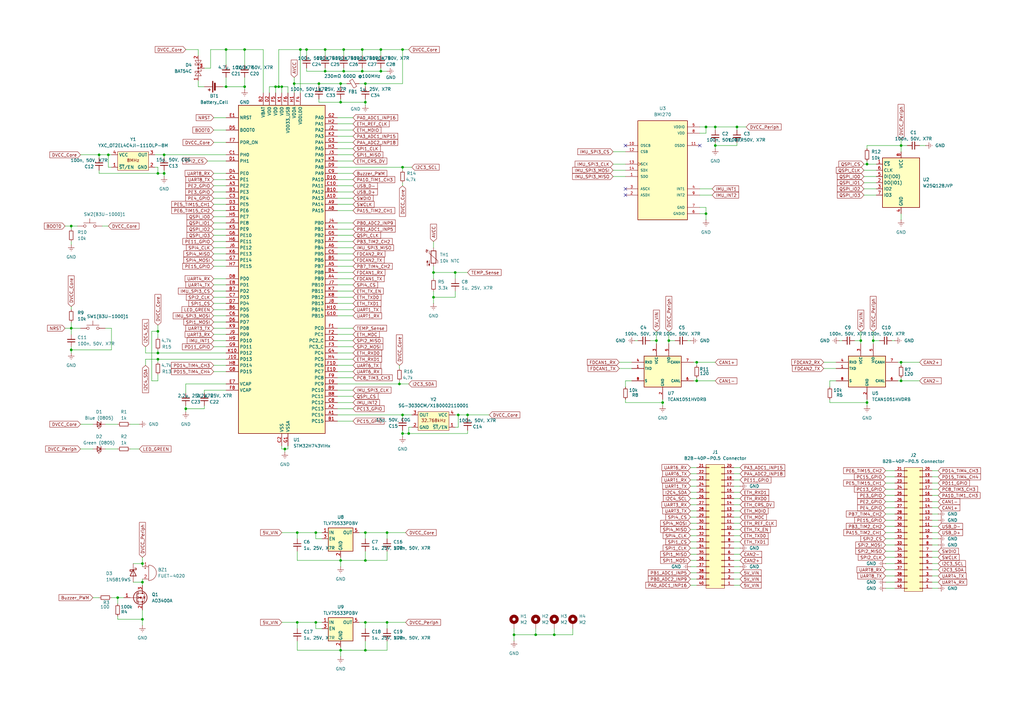
<source format=kicad_sch>
(kicad_sch (version 20231120) (generator "eeschema") (generator_version "8.0")
  (paper "A3")
  (junction (at 163.83 157.48))
  (junction (at 139.7 34.29))
  (junction (at 191.77 170.18))
  (junction (at 302.26 52.07))
  (junction (at 130.81 34.29))
  (junction (at 64.77 147.32))
  (junction (at 58.42 238.76))
  (junction (at 29.21 134.62))
  (junction (at 58.42 231.14))
  (junction (at 271.78 165.1))
  (junction (at 369.57 59.69))
  (junction (at 165.1 20.32))
  (junction (at 114.3 35.56))
  (junction (at 289.56 87.63))
  (junction (at 92.71 35.56))
  (junction (at 129.54 255.27))
  (junction (at 165.1 177.8))
  (junction (at 58.42 254))
  (junction (at 148.59 29.21))
  (junction (at 149.86 229.87))
  (junction (at 289.56 52.07))
  (junction (at 187.96 170.18))
  (junction (at 100.33 35.56))
  (junction (at 165.1 170.18))
  (junction (at 148.59 20.32))
  (junction (at 149.86 255.27))
  (junction (at 293.37 52.07))
  (junction (at 139.7 266.7))
  (junction (at 139.7 41.91))
  (junction (at 64.77 144.78))
  (junction (at 67.31 71.12))
  (junction (at 149.86 41.91))
  (junction (at 149.86 34.29))
  (junction (at 64.77 135.89))
  (junction (at 227.33 260.35))
  (junction (at 149.86 218.44))
  (junction (at 129.54 218.44))
  (junction (at 125.73 20.32))
  (junction (at 121.92 218.44))
  (junction (at 76.2 167.64))
  (junction (at 177.8 121.92))
  (junction (at 149.86 266.7))
  (junction (at 186.69 111.76))
  (junction (at 40.64 63.5))
  (junction (at 123.19 20.32))
  (junction (at 156.21 29.21))
  (junction (at 285.75 148.59))
  (junction (at 64.77 71.12))
  (junction (at 133.35 29.21))
  (junction (at 120.65 34.29))
  (junction (at 100.33 20.32))
  (junction (at 353.06 139.7))
  (junction (at 139.7 229.87))
  (junction (at 29.21 92.71))
  (junction (at 355.6 165.1))
  (junction (at 140.97 20.32))
  (junction (at 48.26 245.11))
  (junction (at 358.14 139.7))
  (junction (at 293.37 59.69))
  (junction (at 29.21 143.51))
  (junction (at 113.03 35.56))
  (junction (at 274.32 139.7))
  (junction (at 210.82 260.35))
  (junction (at 140.97 29.21))
  (junction (at 177.8 111.76))
  (junction (at 219.71 260.35))
  (junction (at 285.75 156.21))
  (junction (at 156.21 20.32))
  (junction (at 355.6 67.31))
  (junction (at 158.75 218.44))
  (junction (at 115.57 35.56))
  (junction (at 369.57 148.59))
  (junction (at 133.35 20.32))
  (junction (at 158.75 255.27))
  (junction (at 67.31 63.5))
  (junction (at 165.1 68.58))
  (junction (at 269.24 139.7))
  (junction (at 92.71 20.32))
  (junction (at 44.45 63.5))
  (junction (at 369.57 156.21))
  (junction (at 121.92 255.27))
  (junction (at 116.84 184.15))
  (junction (at 167.64 177.8))
  (no_connect (at 256.54 80.01))
  (no_connect (at 256.54 77.47))
  (no_connect (at 287.02 59.69))
  (no_connect (at 256.54 59.69))
  (wire (pts (xy 355.6 66.04) (xy 355.6 67.31)))
  (wire (pts (xy 256.54 165.1) (xy 271.78 165.1)))
  (wire (pts (xy 138.43 127) (xy 144.78 127)))
  (wire (pts (xy 187.96 170.18) (xy 187.96 175.26)))
  (wire (pts (xy 287.02 77.47) (xy 292.1 77.47)))
  (wire (pts (xy 355.6 60.96) (xy 355.6 59.69)))
  (wire (pts (xy 382.27 226.06) (xy 384.81 226.06)))
  (wire (pts (xy 251.46 67.31) (xy 256.54 67.31)))
  (wire (pts (xy 140.97 20.32) (xy 148.59 20.32)))
  (wire (pts (xy 302.26 52.07) (xy 306.07 52.07)))
  (wire (pts (xy 140.97 27.94) (xy 140.97 29.21)))
  (wire (pts (xy 87.63 121.92) (xy 92.71 121.92)))
  (wire (pts (xy 274.32 139.7) (xy 276.86 139.7)))
  (wire (pts (xy 138.43 86.36) (xy 144.78 86.36)))
  (wire (pts (xy 363.22 218.44) (xy 367.03 218.44)))
  (wire (pts (xy 67.31 71.12) (xy 67.31 72.39)))
  (wire (pts (xy 293.37 58.42) (xy 293.37 59.69)))
  (wire (pts (xy 283.21 196.85) (xy 285.75 196.85)))
  (wire (pts (xy 64.77 133.35) (xy 64.77 135.89)))
  (wire (pts (xy 58.42 254) (xy 58.42 256.54)))
  (wire (pts (xy 33.02 63.5) (xy 40.64 63.5)))
  (wire (pts (xy 300.99 224.79) (xy 303.53 224.79)))
  (wire (pts (xy 300.99 217.17) (xy 303.53 217.17)))
  (wire (pts (xy 382.27 203.2) (xy 384.81 203.2)))
  (wire (pts (xy 289.56 87.63) (xy 289.56 85.09)))
  (wire (pts (xy 355.6 165.1) (xy 355.6 166.37)))
  (wire (pts (xy 29.21 143.51) (xy 45.72 143.51)))
  (wire (pts (xy 59.69 142.24) (xy 59.69 144.78)))
  (wire (pts (xy 163.83 157.48) (xy 167.64 157.48)))
  (wire (pts (xy 156.21 29.21) (xy 148.59 29.21)))
  (wire (pts (xy 261.62 139.7) (xy 260.35 139.7)))
  (wire (pts (xy 139.7 229.87) (xy 139.7 232.41)))
  (wire (pts (xy 365.76 139.7) (xy 367.03 139.7)))
  (wire (pts (xy 358.14 135.89) (xy 358.14 139.7)))
  (wire (pts (xy 149.86 41.91) (xy 149.86 43.18)))
  (wire (pts (xy 129.54 255.27) (xy 132.08 255.27)))
  (wire (pts (xy 165.1 20.32) (xy 167.64 20.32)))
  (wire (pts (xy 369.57 156.21) (xy 377.19 156.21)))
  (wire (pts (xy 283.21 219.71) (xy 285.75 219.71)))
  (wire (pts (xy 138.43 147.32) (xy 144.78 147.32)))
  (wire (pts (xy 283.21 234.95) (xy 285.75 234.95)))
  (wire (pts (xy 358.14 139.7) (xy 360.68 139.7)))
  (wire (pts (xy 29.21 92.71) (xy 31.75 92.71)))
  (wire (pts (xy 121.92 255.27) (xy 121.92 257.81)))
  (wire (pts (xy 256.54 163.83) (xy 256.54 165.1)))
  (wire (pts (xy 64.77 147.32) (xy 92.71 147.32)))
  (wire (pts (xy 149.86 229.87) (xy 139.7 229.87)))
  (wire (pts (xy 29.21 132.08) (xy 29.21 134.62)))
  (wire (pts (xy 382.27 200.66) (xy 384.81 200.66)))
  (wire (pts (xy 29.21 134.62) (xy 29.21 137.16)))
  (wire (pts (xy 363.22 200.66) (xy 367.03 200.66)))
  (wire (pts (xy 123.19 20.32) (xy 125.73 20.32)))
  (wire (pts (xy 300.99 240.03) (xy 303.53 240.03)))
  (wire (pts (xy 138.43 83.82) (xy 144.78 83.82)))
  (wire (pts (xy 115.57 184.15) (xy 116.84 184.15)))
  (wire (pts (xy 363.22 208.28) (xy 367.03 208.28)))
  (wire (pts (xy 283.21 194.31) (xy 285.75 194.31)))
  (wire (pts (xy 210.82 260.35) (xy 210.82 257.81)))
  (wire (pts (xy 165.1 20.32) (xy 165.1 34.29)))
  (wire (pts (xy 133.35 29.21) (xy 125.73 29.21)))
  (wire (pts (xy 177.8 109.22) (xy 177.8 111.76)))
  (wire (pts (xy 118.11 184.15) (xy 118.11 182.88)))
  (wire (pts (xy 45.72 68.58) (xy 44.45 68.58)))
  (wire (pts (xy 382.27 238.76) (xy 384.81 238.76)))
  (wire (pts (xy 350.52 139.7) (xy 353.06 139.7)))
  (wire (pts (xy 382.27 213.36) (xy 384.81 213.36)))
  (wire (pts (xy 43.18 173.99) (xy 48.26 173.99)))
  (wire (pts (xy 121.92 226.06) (xy 121.92 229.87)))
  (wire (pts (xy 138.43 160.02) (xy 144.78 160.02)))
  (wire (pts (xy 87.63 78.74) (xy 92.71 78.74)))
  (wire (pts (xy 92.71 31.75) (xy 92.71 35.56)))
  (wire (pts (xy 40.64 63.5) (xy 40.64 64.77)))
  (wire (pts (xy 87.63 134.62) (xy 92.71 134.62)))
  (wire (pts (xy 81.28 20.32) (xy 76.2 20.32)))
  (wire (pts (xy 83.82 166.37) (xy 83.82 167.64)))
  (wire (pts (xy 149.86 255.27) (xy 149.86 257.81)))
  (wire (pts (xy 382.27 193.04) (xy 384.81 193.04)))
  (wire (pts (xy 369.57 148.59) (xy 369.57 149.86)))
  (wire (pts (xy 283.21 214.63) (xy 285.75 214.63)))
  (wire (pts (xy 149.86 34.29) (xy 149.86 35.56)))
  (wire (pts (xy 138.43 116.84) (xy 144.78 116.84)))
  (wire (pts (xy 287.02 52.07) (xy 289.56 52.07)))
  (wire (pts (xy 165.1 177.8) (xy 165.1 179.07)))
  (wire (pts (xy 300.99 214.63) (xy 303.53 214.63)))
  (wire (pts (xy 382.27 220.98) (xy 384.81 220.98)))
  (wire (pts (xy 165.1 171.45) (xy 165.1 170.18)))
  (wire (pts (xy 167.64 177.8) (xy 167.64 175.26)))
  (wire (pts (xy 369.57 148.59) (xy 377.19 148.59)))
  (wire (pts (xy 363.22 220.98) (xy 367.03 220.98)))
  (wire (pts (xy 149.86 262.89) (xy 149.86 266.7)))
  (wire (pts (xy 363.22 198.12) (xy 367.03 198.12)))
  (wire (pts (xy 138.43 93.98) (xy 144.78 93.98)))
  (wire (pts (xy 62.23 135.89) (xy 62.23 156.21)))
  (wire (pts (xy 186.69 111.76) (xy 186.69 114.3)))
  (wire (pts (xy 382.27 195.58) (xy 384.81 195.58)))
  (wire (pts (xy 363.22 228.6) (xy 367.03 228.6)))
  (wire (pts (xy 158.75 226.06) (xy 158.75 229.87)))
  (wire (pts (xy 149.86 229.87) (xy 158.75 229.87)))
  (wire (pts (xy 382.27 233.68) (xy 384.81 233.68)))
  (wire (pts (xy 285.75 148.59) (xy 293.37 148.59)))
  (wire (pts (xy 140.97 29.21) (xy 133.35 29.21)))
  (wire (pts (xy 139.7 266.7) (xy 139.7 265.43)))
  (wire (pts (xy 363.22 215.9) (xy 367.03 215.9)))
  (wire (pts (xy 158.75 262.89) (xy 158.75 266.7)))
  (wire (pts (xy 116.84 185.42) (xy 116.84 184.15)))
  (wire (pts (xy 382.27 208.28) (xy 384.81 208.28)))
  (wire (pts (xy 139.7 34.29) (xy 142.24 34.29)))
  (wire (pts (xy 138.43 152.4) (xy 144.78 152.4)))
  (wire (pts (xy 83.82 167.64) (xy 76.2 167.64)))
  (wire (pts (xy 123.19 20.32) (xy 114.3 20.32)))
  (wire (pts (xy 300.99 222.25) (xy 303.53 222.25)))
  (wire (pts (xy 125.73 29.21) (xy 125.73 27.94)))
  (wire (pts (xy 340.36 163.83) (xy 340.36 165.1)))
  (wire (pts (xy 67.31 63.5) (xy 63.5 63.5)))
  (wire (pts (xy 382.27 223.52) (xy 384.81 223.52)))
  (wire (pts (xy 125.73 20.32) (xy 125.73 22.86)))
  (wire (pts (xy 138.43 162.56) (xy 144.78 162.56)))
  (wire (pts (xy 123.19 20.32) (xy 123.19 38.1)))
  (wire (pts (xy 369.57 87.63) (xy 369.57 90.17)))
  (wire (pts (xy 53.34 184.15) (xy 57.15 184.15)))
  (wire (pts (xy 87.63 142.24) (xy 92.71 142.24)))
  (wire (pts (xy 363.22 223.52) (xy 367.03 223.52)))
  (wire (pts (xy 92.71 35.56) (xy 100.33 35.56)))
  (wire (pts (xy 87.63 53.34) (xy 92.71 53.34)))
  (wire (pts (xy 200.66 170.18) (xy 191.77 170.18)))
  (wire (pts (xy 149.86 255.27) (xy 158.75 255.27)))
  (wire (pts (xy 138.43 124.46) (xy 144.78 124.46)))
  (wire (pts (xy 87.63 152.4) (xy 92.71 152.4)))
  (wire (pts (xy 234.95 257.81) (xy 234.95 260.35)))
  (wire (pts (xy 138.43 81.28) (xy 144.78 81.28)))
  (wire (pts (xy 149.86 266.7) (xy 139.7 266.7)))
  (wire (pts (xy 382.27 218.44) (xy 384.81 218.44)))
  (wire (pts (xy 139.7 41.91) (xy 149.86 41.91)))
  (wire (pts (xy 87.63 93.98) (xy 92.71 93.98)))
  (wire (pts (xy 283.21 217.17) (xy 285.75 217.17)))
  (wire (pts (xy 116.84 184.15) (xy 118.11 184.15)))
  (wire (pts (xy 118.11 35.56) (xy 118.11 38.1)))
  (wire (pts (xy 87.63 137.16) (xy 92.71 137.16)))
  (wire (pts (xy 29.21 93.98) (xy 29.21 92.71)))
  (wire (pts (xy 382.27 198.12) (xy 384.81 198.12)))
  (wire (pts (xy 363.22 236.22) (xy 367.03 236.22)))
  (wire (pts (xy 300.99 229.87) (xy 303.53 229.87)))
  (wire (pts (xy 302.26 53.34) (xy 302.26 52.07)))
  (wire (pts (xy 120.65 31.75) (xy 120.65 34.29)))
  (wire (pts (xy 355.6 59.69) (xy 369.57 59.69)))
  (wire (pts (xy 64.77 144.78) (xy 92.71 144.78)))
  (wire (pts (xy 129.54 220.98) (xy 129.54 218.44)))
  (wire (pts (xy 382.27 228.6) (xy 384.81 228.6)))
  (wire (pts (xy 76.2 167.64) (xy 76.2 166.37)))
  (wire (pts (xy 138.43 139.7) (xy 144.78 139.7)))
  (wire (pts (xy 125.73 20.32) (xy 133.35 20.32)))
  (wire (pts (xy 165.1 68.58) (xy 168.91 68.58)))
  (wire (pts (xy 354.33 67.31) (xy 355.6 67.31)))
  (wire (pts (xy 363.22 213.36) (xy 367.03 213.36)))
  (wire (pts (xy 87.63 83.82) (xy 92.71 83.82)))
  (wire (pts (xy 129.54 257.81) (xy 129.54 255.27)))
  (wire (pts (xy 138.43 66.04) (xy 144.78 66.04)))
  (wire (pts (xy 67.31 71.12) (xy 64.77 71.12)))
  (wire (pts (xy 283.21 229.87) (xy 285.75 229.87)))
  (wire (pts (xy 271.78 165.1) (xy 271.78 166.37)))
  (wire (pts (xy 382.27 231.14) (xy 384.81 231.14)))
  (wire (pts (xy 342.9 156.21) (xy 340.36 156.21)))
  (wire (pts (xy 83.82 160.02) (xy 83.82 161.29)))
  (wire (pts (xy 158.75 218.44) (xy 158.75 220.98)))
  (wire (pts (xy 382.27 236.22) (xy 384.81 236.22)))
  (wire (pts (xy 87.63 73.66) (xy 92.71 73.66)))
  (wire (pts (xy 285.75 148.59) (xy 285.75 149.86)))
  (wire (pts (xy 293.37 59.69) (xy 302.26 59.69)))
  (wire (pts (xy 138.43 99.06) (xy 144.78 99.06)))
  (wire (pts (xy 177.8 111.76) (xy 177.8 114.3)))
  (wire (pts (xy 254 148.59) (xy 259.08 148.59)))
  (wire (pts (xy 300.99 191.77) (xy 303.53 191.77)))
  (wire (pts (xy 64.77 135.89) (xy 62.23 135.89)))
  (wire (pts (xy 138.43 50.8) (xy 144.78 50.8)))
  (wire (pts (xy 130.81 41.91) (xy 139.7 41.91)))
  (wire (pts (xy 138.43 104.14) (xy 144.78 104.14)))
  (wire (pts (xy 148.59 27.94) (xy 148.59 29.21)))
  (wire (pts (xy 64.77 144.78) (xy 64.77 143.51)))
  (wire (pts (xy 87.63 116.84) (xy 92.71 116.84)))
  (wire (pts (xy 62.23 156.21) (xy 64.77 156.21)))
  (wire (pts (xy 87.63 58.42) (xy 92.71 58.42)))
  (wire (pts (xy 382.27 215.9) (xy 384.81 215.9)))
  (wire (pts (xy 158.75 255.27) (xy 166.37 255.27)))
  (wire (pts (xy 354.33 74.93) (xy 359.41 74.93)))
  (wire (pts (xy 156.21 20.32) (xy 156.21 22.86)))
  (wire (pts (xy 87.63 96.52) (xy 92.71 96.52)))
  (wire (pts (xy 87.63 104.14) (xy 92.71 104.14)))
  (wire (pts (xy 283.21 191.77) (xy 285.75 191.77)))
  (wire (pts (xy 29.21 134.62) (xy 26.67 134.62)))
  (wire (pts (xy 138.43 73.66) (xy 144.78 73.66)))
  (wire (pts (xy 138.43 58.42) (xy 144.78 58.42)))
  (wire (pts (xy 289.56 85.09) (xy 287.02 85.09)))
  (wire (pts (xy 377.19 59.69) (xy 379.73 59.69)))
  (wire (pts (xy 300.99 199.39) (xy 303.53 199.39)))
  (wire (pts (xy 48.26 245.11) (xy 50.8 245.11)))
  (wire (pts (xy 163.83 149.86) (xy 163.83 151.13)))
  (wire (pts (xy 300.99 204.47) (xy 303.53 204.47)))
  (wire (pts (xy 285.75 156.21) (xy 293.37 156.21)))
  (wire (pts (xy 40.64 69.85) (xy 40.64 71.12)))
  (wire (pts (xy 158.75 218.44) (xy 166.37 218.44)))
  (wire (pts (xy 219.71 257.81) (xy 219.71 260.35)))
  (wire (pts (xy 354.33 69.85) (xy 359.41 69.85)))
  (wire (pts (xy 368.3 148.59) (xy 369.57 148.59)))
  (wire (pts (xy 87.63 86.36) (xy 92.71 86.36)))
  (wire (pts (xy 64.77 156.21) (xy 64.77 153.67)))
  (wire (pts (xy 353.06 135.89) (xy 353.06 139.7)))
  (wire (pts (xy 354.33 80.01) (xy 359.41 80.01)))
  (wire (pts (xy 115.57 182.88) (xy 115.57 184.15)))
  (wire (pts (xy 300.99 227.33) (xy 303.53 227.33)))
  (wire (pts (xy 139.7 34.29) (xy 139.7 35.56)))
  (wire (pts (xy 58.42 250.19) (xy 58.42 254)))
  (wire (pts (xy 138.43 53.34) (xy 144.78 53.34)))
  (wire (pts (xy 139.7 229.87) (xy 139.7 228.6)))
  (wire (pts (xy 186.69 119.38) (xy 186.69 121.92)))
  (wire (pts (xy 100.33 35.56) (xy 100.33 36.83)))
  (wire (pts (xy 81.28 33.02) (xy 81.28 35.56)))
  (wire (pts (xy 147.32 34.29) (xy 149.86 34.29)))
  (wire (pts (xy 85.09 66.04) (xy 92.71 66.04)))
  (wire (pts (xy 81.28 20.32) (xy 81.28 22.86)))
  (wire (pts (xy 363.22 231.14) (xy 367.03 231.14)))
  (wire (pts (xy 129.54 218.44) (xy 132.08 218.44)))
  (wire (pts (xy 227.33 260.35) (xy 219.71 260.35)))
  (wire (pts (xy 369.57 59.69) (xy 369.57 62.23)))
  (wire (pts (xy 156.21 27.94) (xy 156.21 29.21)))
  (wire (pts (xy 382.27 205.74) (xy 384.81 205.74)))
  (wire (pts (xy 254 151.13) (xy 259.08 151.13)))
  (wire (pts (xy 138.43 129.54) (xy 144.78 129.54)))
  (wire (pts (xy 110.49 35.56) (xy 113.03 35.56)))
  (wire (pts (xy 138.43 96.52) (xy 144.78 96.52)))
  (wire (pts (xy 148.59 20.32) (xy 148.59 22.86)))
  (wire (pts (xy 148.59 20.32) (xy 156.21 20.32)))
  (wire (pts (xy 138.43 101.6) (xy 144.78 101.6)))
  (wire (pts (xy 130.81 40.64) (xy 130.81 41.91)))
  (wire (pts (xy 283.21 209.55) (xy 285.75 209.55)))
  (wire (pts (xy 100.33 20.32) (xy 100.33 26.67)))
  (wire (pts (xy 187.96 170.18) (xy 186.69 170.18)))
  (wire (pts (xy 287.02 87.63) (xy 289.56 87.63)))
  (wire (pts (xy 121.92 218.44) (xy 121.92 220.98)))
  (wire (pts (xy 369.57 154.94) (xy 369.57 156.21)))
  (wire (pts (xy 191.77 170.18) (xy 187.96 170.18)))
  (wire (pts (xy 92.71 20.32) (xy 100.33 20.32)))
  (wire (pts (xy 293.37 53.34) (xy 293.37 52.07)))
  (wire (pts (xy 115.57 218.44) (xy 121.92 218.44)))
  (wire (pts (xy 87.63 114.3) (xy 92.71 114.3)))
  (wire (pts (xy 300.99 234.95) (xy 303.53 234.95)))
  (wire (pts (xy 110.49 38.1) (xy 110.49 35.56)))
  (wire (pts (xy 149.86 218.44) (xy 149.86 220.98)))
  (wire (pts (xy 138.43 165.1) (xy 144.78 165.1)))
  (wire (pts (xy 41.91 92.71) (xy 44.45 92.71)))
  (wire (pts (xy 165.1 170.18) (xy 168.91 170.18)))
  (wire (pts (xy 283.21 207.01) (xy 285.75 207.01)))
  (wire (pts (xy 87.63 129.54) (xy 92.71 129.54)))
  (wire (pts (xy 67.31 64.77) (xy 67.31 63.5)))
  (wire (pts (xy 114.3 35.56) (xy 115.57 35.56)))
  (wire (pts (xy 133.35 20.32) (xy 140.97 20.32)))
  (wire (pts (xy 138.43 60.96) (xy 144.78 60.96)))
  (wire (pts (xy 44.45 63.5) (xy 45.72 63.5)))
  (wire (pts (xy 64.77 138.43) (xy 64.77 135.89)))
  (wire (pts (xy 138.43 106.68) (xy 144.78 106.68)))
  (wire (pts (xy 283.21 222.25) (xy 285.75 222.25)))
  (wire (pts (xy 140.97 20.32) (xy 140.97 22.86)))
  (wire (pts (xy 87.63 71.12) (xy 92.71 71.12)))
  (wire (pts (xy 300.99 196.85) (xy 303.53 196.85)))
  (wire (pts (xy 100.33 20.32) (xy 107.95 20.32)))
  (wire (pts (xy 186.69 121.92) (xy 177.8 121.92)))
  (wire (pts (xy 165.1 176.53) (xy 165.1 177.8)))
  (wire (pts (xy 138.43 48.26) (xy 144.78 48.26)))
  (wire (pts (xy 177.8 119.38) (xy 177.8 121.92)))
  (wire (pts (xy 138.43 111.76) (xy 144.78 111.76)))
  (wire (pts (xy 54.61 231.14) (xy 58.42 231.14)))
  (wire (pts (xy 355.6 67.31) (xy 359.41 67.31)))
  (wire (pts (xy 58.42 228.6) (xy 58.42 231.14)))
  (wire (pts (xy 191.77 170.18) (xy 191.77 171.45)))
  (wire (pts (xy 283.21 199.39) (xy 285.75 199.39)))
  (wire (pts (xy 87.63 109.22) (xy 92.71 109.22)))
  (wire (pts (xy 337.82 148.59) (xy 342.9 148.59)))
  (wire (pts (xy 149.86 226.06) (xy 149.86 229.87)))
  (wire (pts (xy 83.82 160.02) (xy 92.71 160.02)))
  (wire (pts (xy 234.95 260.35) (xy 227.33 260.35)))
  (wire (pts (xy 29.21 143.51) (xy 29.21 144.78)))
  (wire (pts (xy 87.63 76.2) (xy 92.71 76.2)))
  (wire (pts (xy 287.02 54.61) (xy 289.56 54.61)))
  (wire (pts (xy 283.21 204.47) (xy 285.75 204.47)))
  (wire (pts (xy 115.57 35.56) (xy 115.57 38.1)))
  (wire (pts (xy 300.99 232.41) (xy 303.53 232.41)))
  (wire (pts (xy 191.77 176.53) (xy 191.77 177.8)))
  (wire (pts (xy 138.43 71.12) (xy 144.78 71.12)))
  (wire (pts (xy 177.8 99.06) (xy 177.8 101.6)))
  (wire (pts (xy 269.24 139.7) (xy 269.24 140.97)))
  (wire (pts (xy 283.21 212.09) (xy 285.75 212.09)))
  (wire (pts (xy 81.28 35.56) (xy 83.82 35.56)))
  (wire (pts (xy 87.63 99.06) (xy 92.71 99.06)))
  (wire (pts (xy 92.71 20.32) (xy 92.71 26.67)))
  (wire (pts (xy 163.83 156.21) (xy 163.83 157.48)))
  (wire (pts (xy 363.22 193.04) (xy 367.03 193.04)))
  (wire (pts (xy 165.1 34.29) (xy 149.86 34.29)))
  (wire (pts (xy 87.63 139.7) (xy 92.71 139.7)))
  (wire (pts (xy 130.81 34.29) (xy 139.7 34.29)))
  (wire (pts (xy 120.65 34.29) (xy 120.65 38.1)))
  (wire (pts (xy 121.92 229.87) (xy 139.7 229.87)))
  (wire (pts (xy 283.21 224.79) (xy 285.75 224.79)))
  (wire (pts (xy 138.43 149.86) (xy 144.78 149.86)))
  (wire (pts (xy 45.72 245.11) (xy 48.26 245.11)))
  (wire (pts (xy 363.22 195.58) (xy 367.03 195.58)))
  (wire (pts (xy 58.42 238.76) (xy 58.42 240.03)))
  (wire (pts (xy 132.08 220.98) (xy 129.54 220.98)))
  (wire (pts (xy 130.81 34.29) (xy 130.81 35.56)))
  (wire (pts (xy 266.7 139.7) (xy 269.24 139.7)))
  (wire (pts (xy 87.63 91.44) (xy 92.71 91.44)))
  (wire (pts (xy 43.18 134.62) (xy 45.72 134.62)))
  (wire (pts (xy 368.3 156.21) (xy 369.57 156.21)))
  (wire (pts (xy 147.32 255.27) (xy 149.86 255.27)))
  (wire (pts (xy 219.71 260.35) (xy 210.82 260.35)))
  (wire (pts (xy 289.56 52.07) (xy 293.37 52.07)))
  (wire (pts (xy 369.57 59.69) (xy 372.11 59.69)))
  (wire (pts (xy 148.59 29.21) (xy 140.97 29.21)))
  (wire (pts (xy 300.99 209.55) (xy 303.53 209.55)))
  (wire (pts (xy 121.92 262.89) (xy 121.92 266.7)))
  (wire (pts (xy 138.43 78.74) (xy 144.78 78.74)))
  (wire (pts (xy 132.08 257.81) (xy 129.54 257.81)))
  (wire (pts (xy 302.26 52.07) (xy 293.37 52.07)))
  (wire (pts (xy 300.99 212.09) (xy 303.53 212.09)))
  (wire (pts (xy 363.22 203.2) (xy 367.03 203.2)))
  (wire (pts (xy 289.56 54.61) (xy 289.56 52.07)))
  (wire (pts (xy 345.44 139.7) (xy 344.17 139.7)))
  (wire (pts (xy 58.42 237.49) (xy 58.42 238.76)))
  (wire (pts (xy 33.02 184.15) (xy 38.1 184.15)))
  (wire (pts (xy 87.63 119.38) (xy 92.71 119.38)))
  (wire (pts (xy 165.1 177.8) (xy 167.64 177.8)))
  (wire (pts (xy 149.86 41.91) (xy 149.86 40.64)))
  (wire (pts (xy 64.77 68.58) (xy 63.5 68.58)))
  (wire (pts (xy 115.57 35.56) (xy 118.11 35.56)))
  (wire (pts (xy 138.43 170.18) (xy 165.1 170.18)))
  (wire (pts (xy 87.63 132.08) (xy 92.71 132.08)))
  (wire (pts (xy 86.36 20.32) (xy 92.71 20.32)))
  (wire (pts (xy 138.43 91.44) (xy 144.78 91.44)))
  (wire (pts (xy 138.43 119.38) (xy 144.78 119.38)))
  (wire (pts (xy 300.99 237.49) (xy 303.53 237.49)))
  (wire (pts (xy 363.22 233.68) (xy 367.03 233.68)))
  (wire (pts (xy 281.94 139.7) (xy 283.21 139.7)))
  (wire (pts (xy 382.27 241.3) (xy 384.81 241.3)))
  (wire (pts (xy 48.26 254) (xy 48.26 252.73)))
  (wire (pts (xy 87.63 149.86) (xy 92.71 149.86)))
  (wire (pts (xy 100.33 31.75) (xy 100.33 35.56)))
  (wire (pts (xy 363.22 226.06) (xy 367.03 226.06)))
  (wire (pts (xy 64.77 147.32) (xy 64.77 148.59)))
  (wire (pts (xy 227.33 257.81) (xy 227.33 260.35)))
  (wire (pts (xy 59.69 144.78) (xy 64.77 144.78)))
  (wire (pts (xy 120.65 34.29) (xy 130.81 34.29)))
  (wire (pts (xy 251.46 62.23) (xy 256.54 62.23)))
  (wire (pts (xy 67.31 63.5) (xy 92.71 63.5)))
  (wire (pts (xy 33.02 134.62) (xy 29.21 134.62)))
  (wire (pts (xy 67.31 69.85) (xy 67.31 71.12)))
  (wire (pts (xy 300.99 194.31) (xy 303.53 194.31)))
  (wire (pts (xy 87.63 106.68) (xy 92.71 106.68)))
  (wire (pts (xy 133.35 22.86) (xy 133.35 20.32)))
  (wire (pts (xy 29.21 99.06) (xy 29.21 100.33)))
  (wire (pts (xy 91.44 35.56) (xy 92.71 35.56)))
  (wire (pts (xy 138.43 55.88) (xy 144.78 55.88)))
  (wire (pts (xy 354.33 77.47) (xy 359.41 77.47)))
  (wire (pts (xy 284.48 156.21) (xy 285.75 156.21)))
  (wire (pts (xy 358.14 139.7) (xy 358.14 140.97)))
  (wire (pts (xy 29.21 125.73) (xy 29.21 127)))
  (wire (pts (xy 191.77 177.8) (xy 167.64 177.8)))
  (wire (pts (xy 107.95 20.32) (xy 107.95 38.1)))
  (wire (pts (xy 283.21 227.33) (xy 285.75 227.33)))
  (wire (pts (xy 269.24 135.89) (xy 269.24 139.7)))
  (wire (pts (xy 363.22 205.74) (xy 367.03 205.74)))
  (wire (pts (xy 186.69 175.26) (xy 187.96 175.26)))
  (wire (pts (xy 114.3 20.32) (xy 114.3 35.56)))
  (wire (pts (xy 113.03 35.56) (xy 114.3 35.56)))
  (wire (pts (xy 355.6 163.83) (xy 355.6 165.1)))
  (wire (pts (xy 76.2 157.48) (xy 76.2 161.29)))
  (wire (pts (xy 363.22 238.76) (xy 367.03 238.76)))
  (wire (pts (xy 40.64 63.5) (xy 44.45 63.5)))
  (wire (pts (xy 87.63 88.9) (xy 92.71 88.9)))
  (wire (pts (xy 139.7 40.64) (xy 139.7 41.91)))
  (wire (pts (xy 369.57 57.15) (xy 369.57 59.69)))
  (wire (pts (xy 54.61 238.76) (xy 58.42 238.76)))
  (wire (pts (xy 138.43 121.92) (xy 144.78 121.92)))
  (wire (pts (xy 138.43 167.64) (xy 144.78 167.64)))
  (wire (pts (xy 138.43 144.78) (xy 144.78 144.78)))
  (wire (pts (xy 138.43 76.2) (xy 144.78 76.2)))
  (wire (pts (xy 59.69 147.32) (xy 59.69 149.86)))
  (wire (pts (xy 283.21 232.41) (xy 285.75 232.41)))
  (wire (pts (xy 382.27 210.82) (xy 384.81 210.82)))
  (wire (pts (xy 167.64 175.26) (xy 168.91 175.26)))
  (wire (pts (xy 86.36 27.94) (xy 86.36 20.32)))
  (wire (pts (xy 40.64 71.12) (xy 64.77 71.12)))
  (wire (pts (xy 87.63 81.28) (xy 92.71 81.28)))
  (wire (pts (xy 287.02 80.01) (xy 292.1 80.01)))
  (wire (pts (xy 271.78 163.83) (xy 271.78 165.1)))
  (wire (pts (xy 300.99 207.01) (xy 303.53 207.01)))
  (wire (pts (xy 210.82 260.35) (xy 210.82 262.89)))
  (wire (pts (xy 138.43 134.62) (xy 144.78 134.62)))
  (wire (pts (xy 48.26 245.11) (xy 48.26 247.65)))
  (wire (pts (xy 251.46 69.85) (xy 256.54 69.85)))
  (wire (pts (xy 165.1 76.2) (xy 165.1 74.93)))
  (wire (pts (xy 133.35 27.94) (xy 133.35 29.21)))
  (wire (pts (xy 283.21 240.03) (xy 285.75 240.03)))
  (wire (pts (xy 363.22 210.82) (xy 367.03 210.82)))
  (wire (pts (xy 274.32 139.7) (xy 274.32 140.97)))
  (wire (pts (xy 293.37 59.69) (xy 293.37 60.96)))
  (wire (pts (xy 87.63 101.6) (xy 92.71 101.6)))
  (wire (pts (xy 58.42 231.14) (xy 58.42 232.41)))
  (wire (pts (xy 353.06 139.7) (xy 353.06 140.97)))
  (wire (pts (xy 121.92 266.7) (xy 139.7 266.7)))
  (wire (pts (xy 29.21 142.24) (xy 29.21 143.51)))
  (wire (pts (xy 138.43 142.24) (xy 144.78 142.24)))
  (wire (pts (xy 284.48 148.59) (xy 285.75 148.59)))
  (wire (pts (xy 274.32 135.89) (xy 274.32 139.7)))
  (wire (pts (xy 177.8 111.76) (xy 186.69 111.76)))
  (wire (pts (xy 156.21 20.32) (xy 165.1 20.32)))
  (wire (pts (xy 156.21 29.21) (xy 158.75 29.21)))
  (wire (pts (xy 165.1 68.58) (xy 165.1 69.85)))
  (wire (pts (xy 149.86 218.44) (xy 158.75 218.44)))
  (wire (pts (xy 149.86 266.7) (xy 158.75 266.7)))
  (wire (pts (xy 38.1 245.11) (xy 40.64 245.11)))
  (wire (pts (xy 76.2 157.48) (xy 92.71 157.48)))
  (wire (pts (xy 363.22 241.3) (xy 367.03 241.3)))
  (wire (pts (xy 147.32 218.44) (xy 149.86 218.44)))
  (wire (pts (xy 87.63 127) (xy 92.71 127)))
  (wire (pts (xy 138.43 154.94) (xy 144.78 154.94)))
  (wire (pts (xy 87.63 124.46) (xy 92.71 124.46)))
  (wire (pts (xy 289.56 90.17) (xy 289.56 87.63)))
  (wire (pts (xy 87.63 48.26) (xy 92.71 48.26)))
  (wire (pts (xy 76.2 167.64) (xy 76.2 168.91)))
  (wire (pts (xy 59.69 147.32) (xy 64.77 147.32)))
  (wire (pts (xy 177.8 121.92) (xy 177.8 124.46)))
  (wire (pts (xy 121.92 255.27) (xy 129.54 255.27)))
  (wire (pts (xy 138.43 63.5) (xy 144.78 63.5)))
  (wire (pts (xy 45.72 134.62) (xy 45.72 143.51)))
  (wire (pts (xy 138.43 137.16) (xy 144.78 137.16)))
  (wire (pts (xy 138.43 109.22) (xy 144.78 109.22)))
  (wire (pts (xy 44.45 63.5) (xy 44.45 68.58)))
  (wire (pts (xy 138.43 172.72) (xy 144.78 172.72)))
  (wire (pts (xy 340.36 156.21) (xy 340.36 158.75)))
  (wire (pts (xy 83.82 27.94) (xy 86.36 27.94)))
  (wire (pts (xy 259.08 156.21) (xy 256.54 156.21)))
  (wire (pts (xy 26.67 92.71) (xy 29.21 92.71)))
  (wire (pts (xy 354.33 72.39) (xy 359.41 72.39)))
  (wire (pts (xy 283.21 201.93) (xy 285.75 201.93)))
  (wire (pts (xy 64.77 71.12) (xy 64.77 68.58)))
  (wire (pts (xy 186.69 111.76) (xy 191.77 111.76)))
  (wire (pts (xy 285.75 154.94) (xy 285.75 156.21)))
  (wire (pts (xy 58.42 254) (xy 48.26 254)))
  (wire (pts (xy 33.02 173.99) (xy 38.1 173.99)))
  (wire (pts (xy 283.21 237.49) (xy 285.75 237.49)))
  (wire (pts (xy 337.82 151.13) (xy 342.9 151.13)))
  (wire (pts (xy 251.46 72.39) (xy 256.54 72.39)))
  (wire (pts (xy 53.34 173.99) (xy 57.15 173.99)))
  (wire (pts (xy 158.75 255.27) (xy 158.75 257.81)))
  (wire (pts (xy 300.99 219.71) (xy 303.53 219.71)))
  (wire (pts (xy 115.57 255.27) (xy 121.92 255.27)))
  (wire (pts (xy 139.7 266.7) (xy 139.7 269.24)))
  (wire (pts (xy 340.36 165.1) (xy 355.6 165.1)))
  (wire (pts (xy 121.92 218.44) (xy 129.54 218.44)))
  (wire (pts (xy 138.43 157.48) (xy 163.83 157.48)))
  (wire (pts (xy 300.99 201.93) (xy 303.53 201.93)))
  (wire (pts (xy 43.18 184.15) (xy 48.26 184.15)))
  (wire (pts (xy 138.43 114.3) (xy 144.78 114.3)))
  (wire (pts (xy 113.03 35.56) (xy 113.03 38.1)))
  (wire (pts (xy 256.54 156.21) (xy 256.54 158.75)))
  (wire (pts (xy 302.26 59.69) (xy 302.26 58.42)))
  (wire (pts (xy 138.43 68.58) (xy 165.1 68.58)))
  (global_label "NRST" (shape input) (at 87.63 48.26 180) (property "Intersheetrefs" "${INTERSHEET_REFS}" (effects (hide yes))))
  (global_label "DVCC_Core" (shape input) (at 200.66 170.18 0) (property "Intersheetrefs" "${INTERSHEET_REFS}" (effects (hide yes))))
  (global_label "UART1_RX" (shape input) (at 144.78 129.54 0) (property "Intersheetrefs" "${INTERSHEET_REFS}" (effects (hide yes))))
  (global_label "LED_GREEN" (shape input) (at 57.15 184.15 0) (property "Intersheetrefs" "${INTERSHEET_REFS}" (effects (hide yes))))
  (global_label "SWDIO" (shape input) (at 384.81 226.06 0) (property "Intersheetrefs" "${INTERSHEET_REFS}" (effects (hide yes))))
  (global_label "UART8_RX" (shape input) (at 87.63 71.12 180) (property "Intersheetrefs" "${INTERSHEET_REFS}" (effects (hide yes))))
  (global_label "PD11_GPIO" (shape input) (at 384.81 198.12 0) (property "Intersheetrefs" "${INTERSHEET_REFS}" (effects (hide yes))))
  (global_label "I2C4_SDA" (shape input) (at 59.69 149.86 270) (property "Intersheetrefs" "${INTERSHEET_REFS}" (effects (hide yes))))
  (global_label "UART8_RX" (shape input) (at 363.22 233.68 180) (property "Intersheetrefs" "${INTERSHEET_REFS}" (effects (hide yes))))
  (global_label "AVCC" (shape input) (at 120.65 31.75 90) (property "Intersheetrefs" "${INTERSHEET_REFS}" (effects (hide yes))))
  (global_label "ETH_MDC" (shape input) (at 303.53 212.09 0) (property "Intersheetrefs" "${INTERSHEET_REFS}" (effects (hide yes))))
  (global_label "PB1_ADC1_INP5" (shape input) (at 283.21 234.95 180) (property "Intersheetrefs" "${INTERSHEET_REFS}" (effects (hide yes))))
  (global_label "SPI2_CLK" (shape input) (at 363.22 228.6 180) (property "Intersheetrefs" "${INTERSHEET_REFS}" (effects (hide yes))))
  (global_label "5V_VIN" (shape input) (at 303.53 234.95 0) (property "Intersheetrefs" "${INTERSHEET_REFS}" (effects (hide yes))))
  (global_label "Buzzer_PWM" (shape input) (at 144.78 71.12 0) (property "Intersheetrefs" "${INTERSHEET_REFS}" (effects (hide yes))))
  (global_label "LED_GREEN" (shape input) (at 87.63 127 180) (property "Intersheetrefs" "${INTERSHEET_REFS}" (effects (hide yes))))
  (global_label "SPI4_MOSI" (shape input) (at 87.63 106.68 180) (property "Intersheetrefs" "${INTERSHEET_REFS}" (effects (hide yes))))
  (global_label "5V_VIN" (shape input) (at 303.53 240.03 0) (property "Intersheetrefs" "${INTERSHEET_REFS}" (effects (hide yes))))
  (global_label "SPI1_CLK" (shape input) (at 144.78 60.96 0) (property "Intersheetrefs" "${INTERSHEET_REFS}" (effects (hide yes))))
  (global_label "USB_D-" (shape input) (at 144.78 76.2 0) (property "Intersheetrefs" "${INTERSHEET_REFS}" (effects (hide yes))))
  (global_label "PB7_TIM4_CH2" (shape input) (at 363.22 210.82 180) (property "Intersheetrefs" "${INTERSHEET_REFS}" (effects (hide yes))))
  (global_label "I2C3_SCL" (shape input) (at 168.91 68.58 0) (property "Intersheetrefs" "${INTERSHEET_REFS}" (effects (hide yes))))
  (global_label "SPI4_MOSI" (shape input) (at 283.21 214.63 180) (property "Intersheetrefs" "${INTERSHEET_REFS}" (effects (hide yes))))
  (global_label "QSPI_CS" (shape input) (at 354.33 67.31 180) (property "Intersheetrefs" "${INTERSHEET_REFS}" (effects (hide yes))))
  (global_label "I2C4_SDA" (shape input) (at 283.21 201.93 180) (property "Intersheetrefs" "${INTERSHEET_REFS}" (effects (hide yes))))
  (global_label "I2C3_SDA" (shape input) (at 384.81 233.68 0) (property "Intersheetrefs" "${INTERSHEET_REFS}" (effects (hide yes))))
  (global_label "5V_VIN" (shape input) (at 353.06 135.89 90) (property "Intersheetrefs" "${INTERSHEET_REFS}" (effects (hide yes))))
  (global_label "Buzzer_PWM" (shape input) (at 38.1 245.11 180) (property "Intersheetrefs" "${INTERSHEET_REFS}" (effects (hide yes))))
  (global_label "PB3_TIM2_CH2" (shape input) (at 363.22 215.9 180) (property "Intersheetrefs" "${INTERSHEET_REFS}" (effects (hide yes))))
  (global_label "PD14_TIM4_CH3" (shape input) (at 384.81 193.04 0) (property "Intersheetrefs" "${INTERSHEET_REFS}" (effects (hide yes))))
  (global_label "USB_D+" (shape input) (at 144.78 78.74 0) (property "Intersheetrefs" "${INTERSHEET_REFS}" (effects (hide yes))))
  (global_label "SPI2_MISO" (shape input) (at 144.78 139.7 0) (property "Intersheetrefs" "${INTERSHEET_REFS}" (effects (hide yes))))
  (global_label "PE4_GPIO" (shape input) (at 363.22 208.28 180) (property "Intersheetrefs" "${INTERSHEET_REFS}" (effects (hide yes))))
  (global_label "CAN1+" (shape input) (at 293.37 148.59 0) (property "Intersheetrefs" "${INTERSHEET_REFS}" (effects (hide yes))))
  (global_label "PA15_TIM2_CH1" (shape input) (at 144.78 86.36 0) (property "Intersheetrefs" "${INTERSHEET_REFS}" (effects (hide yes))))
  (global_label "IMU_INT2" (shape input) (at 144.78 165.1 0) (property "Intersheetrefs" "${INTERSHEET_REFS}" (effects (hide yes))))
  (global_label "5V_VIN" (shape input) (at 303.53 237.49 0) (property "Intersheetrefs" "${INTERSHEET_REFS}" (effects (hide yes))))
  (global_label "UART6_TX" (shape input) (at 283.21 194.31 180) (property "Intersheetrefs" "${INTERSHEET_REFS}" (effects (hide yes))))
  (global_label "QSPI_CLK" (shape input) (at 144.78 96.52 0) (property "Intersheetrefs" "${INTERSHEET_REFS}" (effects (hide yes))))
  (global_label "ETH_RXD0" (shape input) (at 144.78 144.78 0) (property "Intersheetrefs" "${INTERSHEET_REFS}" (effects (hide yes))))
  (global_label "TEMP_Sense" (shape input) (at 191.77 111.76 0) (property "Intersheetrefs" "${INTERSHEET_REFS}" (effects (hide yes))))
  (global_label "ETH_CRS_DV" (shape input) (at 144.78 66.04 0) (property "Intersheetrefs" "${INTERSHEET_REFS}" (effects (hide yes))))
  (global_label "DVCC_Core" (shape input) (at 29.21 125.73 90) (property "Intersheetrefs" "${INTERSHEET_REFS}" (effects (hide yes))))
  (global_label "SPI2_MOSI" (shape input) (at 363.22 223.52 180) (property "Intersheetrefs" "${INTERSHEET_REFS}" (effects (hide yes))))
  (global_label "DVCC_Core" (shape input) (at 163.83 149.86 90) (property "Intersheetrefs" "${INTERSHEET_REFS}" (effects (hide yes))))
  (global_label "SPI4_CS" (shape input) (at 144.78 116.84 0) (property "Intersheetrefs" "${INTERSHEET_REFS}" (effects (hide yes))))
  (global_label "DVCC_Periph" (shape input) (at 274.32 135.89 90) (property "Intersheetrefs" "${INTERSHEET_REFS}" (effects (hide yes))))
  (global_label "ETH_TXD1" (shape input) (at 144.78 124.46 0) (property "Intersheetrefs" "${INTERSHEET_REFS}" (effects (hide yes))))
  (global_label "IMU_INT1" (shape input) (at 292.1 77.47 0) (property "Intersheetrefs" "${INTERSHEET_REFS}" (effects (hide yes))))
  (global_label "DVCC_Core" (shape input) (at 33.02 63.5 180) (property "Intersheetrefs" "${INTERSHEET_REFS}" (effects (hide yes))))
  (global_label "PA3_ADC1_INP15" (shape input) (at 144.78 55.88 0) (property "Intersheetrefs" "${INTERSHEET_REFS}" (effects (hide yes))))
  (global_label "QSPI_IO1" (shape input) (at 87.63 91.44 180) (property "Intersheetrefs" "${INTERSHEET_REFS}" (effects (hide yes))))
  (global_label "DVCC_Periph" (shape input) (at 166.37 255.27 0) (property "Intersheetrefs" "${INTERSHEET_REFS}" (effects (hide yes))))
  (global_label "SPI1_MISO" (shape input) (at 144.78 63.5 0) (property "Intersheetrefs" "${INTERSHEET_REFS}" (effects (hide yes))))
  (global_label "CAN1-" (shape input) (at 293.37 156.21 0) (property "Intersheetrefs" "${INTERSHEET_REFS}" (effects (hide yes))))
  (global_label "5V_VIN" (shape input) (at 115.57 255.27 180) (property "Intersheetrefs" "${INTERSHEET_REFS}" (effects (hide yes))))
  (global_label "QSPI_IO3" (shape input) (at 87.63 96.52 180) (property "Intersheetrefs" "${INTERSHEET_REFS}" (effects (hide yes))))
  (global_label "FDCAN1_TX" (shape input) (at 144.78 114.3 0) (property "Intersheetrefs" "${INTERSHEET_REFS}" (effects (hide yes))))
  (global_label "UART1_RX" (shape input) (at 283.21 196.85 180) (property "Intersheetrefs" "${INTERSHEET_REFS}" (effects (hide yes))))
  (global_label "DVCC_Periph" (shape input) (at 33.02 184.15 180) (property "Intersheetrefs" "${INTERSHEET_REFS}" (effects (hide yes))))
  (global_label "BOOT0" (shape input) (at 26.67 92.71 180) (property "Intersheetrefs" "${INTERSHEET_REFS}" (effects (hide yes))))
  (global_label "SPI2_MISO" (shape input) (at 363.22 226.06 180) (property "Intersheetrefs" "${INTERSHEET_REFS}" (effects (hide yes))))
  (global_label "UART8_TX" (shape input) (at 87.63 73.66 180) (property "Intersheetrefs" "${INTERSHEET_REFS}" (effects (hide yes))))
  (global_label "SPI1_CLK" (shape input) (at 283.21 224.79 180) (property "Intersheetrefs" "${INTERSHEET_REFS}" (effects (hide yes))))
  (global_label "USB_D-" (shape input) (at 384.81 215.9 0) (property "Intersheetrefs" "${INTERSHEET_REFS}" (effects (hide yes))))
  (global_label "UART6_RX" (shape input) (at 283.21 191.77 180) (property "Intersheetrefs" "${INTERSHEET_REFS}" (effects (hide yes))))
  (global_label "DVCC_Periph" (shape input) (at 306.07 52.07 0) (property "Intersheetrefs" "${INTERSHEET_REFS}" (effects (hide yes))))
  (global_label "ETH_RXD1" (shape input) (at 144.78 147.32 0) (property "Intersheetrefs" "${INTERSHEET_REFS}" (effects (hide yes))))
  (global_label "PE4_GPIO" (shape input) (at 87.63 81.28 180) (property "Intersheetrefs" "${INTERSHEET_REFS}" (effects (hide yes))))
  (global_label "UART6_RX" (shape input) (at 144.78 152.4 0) (property "Intersheetrefs" "${INTERSHEET_REFS}" (effects (hide yes))))
  (global_label "USB_D+" (shape input) (at 384.81 218.44 0) (property "Intersheetrefs" "${INTERSHEET_REFS}" (effects (hide yes))))
  (global_label "AVCC" (shape input) (at 177.8 99.06 90) (property "Intersheetrefs" "${INTERSHEET_REFS}" (effects (hide yes))))
  (global_label "SPI1_MOSI" (shape input) (at 283.21 229.87 180) (property "Intersheetrefs" "${INTERSHEET_REFS}" (effects (hide yes))))
  (global_label "CAN2+" (shape input) (at 377.19 148.59 0) (property "Intersheetrefs" "${INTERSHEET_REFS}" (effects (hide yes))))
  (global_label "DVCC_Core" (shape input) (at 165.1 76.2 270) (property "Intersheetrefs" "${INTERSHEET_REFS}" (effects (hide yes))))
  (global_label "PA4_ADC2_INP18" (shape input) (at 303.53 194.31 0) (property "Intersheetrefs" "${INTERSHEET_REFS}" (effects (hide yes))))
  (global_label "QSPI_IO1" (shape input) (at 354.33 74.93 180) (property "Intersheetrefs" "${INTERSHEET_REFS}" (effects (hide yes))))
  (global_label "SPI1_MOSI" (shape input) (at 87.63 132.08 180) (property "Intersheetrefs" "${INTERSHEET_REFS}" (effects (hide yes))))
  (global_label "SPI4_CLK" (shape input) (at 283.21 219.71 180) (property "Intersheetrefs" "${INTERSHEET_REFS}" (effects (hide yes))))
  (global_label "ETH_TXD0" (shape input) (at 303.53 219.71 0) (property "Intersheetrefs" "${INTERSHEET_REFS}" (effects (hide yes))))
  (global_label "NRST" (shape input) (at 26.67 134.62 180) (property "Intersheetrefs" "${INTERSHEET_REFS}" (effects (hide yes))))
  (global_label "IMU_SPI3_CS" (shape input) (at 87.63 119.38 180) (property "Intersheetrefs" "${INTERSHEET_REFS}" (effects (hide yes))))
  (global_label "CAN2+" (shape input) (at 303.53 229.87 0) (property "Intersheetrefs" "${INTERSHEET_REFS}" (effects (hide yes))))
  (global_label "SPI4_MISO" (shape input) (at 283.21 217.17 180) (property "Intersheetrefs" "${INTERSHEET_REFS}" (effects (hide yes))))
  (global_label "TEMP_Sense" (shape input) (at 144.78 134.62 0) (property "Intersheetrefs" "${INTERSHEET_REFS}" (effects (hide yes))))
  (global_label "QSPI_CLK" (shape input) (at 354.33 69.85 180) (property "Intersheetrefs" "${INTERSHEET_REFS}" (effects (hide yes))))
  (global_label "PB7_TIM4_CH2" (shape input) (at 144.78 109.22 0) (property "Intersheetrefs" "${INTERSHEET_REFS}" (effects (hide yes))))
  (global_label "I2C4_SCL" (shape input) (at 59.69 142.24 90) (property "Intersheetrefs" "${INTERSHEET_REFS}" (effects (hide yes))))
  (global_label "PA0_ADC1_INP16" (shape input) (at 283.21 240.03 180) (property "Intersheetrefs" "${INTERSHEET_REFS}" (effects (hide yes))))
  (global_label "CAN2-" (shape input) (at 377.19 156.21 0) (property "Intersheetrefs" "${INTERSHEET_REFS}" (effects (hide yes))))
  (global_label "BOOT0" (shape input) (at 87.63 53.34 180) (property "Intersheetrefs" "${INTERSHEET_REFS}" (effects (hide yes))))
  (global_label "PC8_TIM3_CH3" (shape input) (at 144.78 154.94 0) (property "Intersheetrefs" "${INTERSHEET_REFS}" (effects (hide yes))))
  (global_label "UART6_TX" (shape input) (at 144.78 149.86 0) (property "Intersheetrefs" "${INTERSHEET_REFS}" (effects (hide yes))))
  (global_label "UART4_RX" (shape input) (at 87.63 114.3 180) (property "Intersheetrefs" "${INTERSHEET_REFS}" (effects (hide yes))))
  (global_label "IMU_SPI3_CLK" (shape input) (at 251.46 67.31 180) (property "Intersheetrefs" "${INTERSHEET_REFS}" (effects (hide yes))))
  (global_label "SPI2_CS" (shape input) (at 85.09 66.04 180) (property "Intersheetrefs" "${INTERSHEET_REFS}" (effects (hide yes))))
  (global_label "DVCC_Core" (shape input) (at 87.63 58.42 180) (property "Intersheetrefs" "${INTERSHEET_REFS}" (effects (hide yes))))
  (global_label "QSPI_IO3" (shape input) (at 354.33 80.01 180) (property "Intersheetrefs" "${INTERSHEET_REFS}" (effects (hide yes))))
  (global_label "IMU_SPI3_CS" (shape input) (at 251.46 62.23 180) (property "Intersheetrefs" "${INTERSHEET_REFS}" (effects (hide yes))))
  (global_label "SPI1_CS" (shape input) (at 283.21 222.25 180) (property "Intersheetrefs" "${INTERSHEET_REFS}" (effects (hide yes))))
  (global_label "SWCLK" (shape input) (at 384.81 228.6 0) (property "Intersheetrefs" "${INTERSHEET_REFS}" (effects (hide yes))))
  (global_label "UART4_TX" (shape input) (at 384.81 236.22 0) (property "Intersheetrefs" "${INTERSHEET_REFS}" (effects (hide yes))))
  (global_label "I2C4_SCL" (shape input) (at 283.21 204.47 180) (property "Intersheetrefs" "${INTERSHEET_REFS}" (effects (hide yes))))
  (global_label "ETH_MDC" (shape input) (at 144.78 137.16 0) (property "Intersheetrefs" "${INTERSHEET_REFS}" (effects (hide yes))))
  (global_label "ETH_MDIO" (shape input) (at 303.53 209.55 0) (property "Intersheetrefs" "${INTERSHEET_REFS}" (effects (hide yes))))
  (global_label "SWCLK" (shape input) (at 144.78 83.82 0) (property "Intersheetrefs" "${INTERSHEET_REFS}" (effects (hide yes))))
  (global_label "PB1_ADC1_INP5" (shape input) (at 144.78 93.98 0) (property "Intersheetrefs" "${INTERSHEET_REFS}" (effects (hide yes))))
  (global_label "QSPI_IO2" (shape input) (at 354.33 77.47 180) (property "Intersheetrefs" "${INTERSHEET_REFS}" (effects (hide yes))))
  (global_label "PC13_GPIO" (shape input) (at 363.22 200.66 180) (property "Intersheetrefs" "${INTERSHEET_REFS}" (effects (hide yes))))
  (global_label "PA15_TIM2_CH1" (shape input) (at 363.22 218.44 180) (property "Intersheetrefs" "${INTERSHEET_REFS}" (effects (hide yes))))
  (global_label "PE5_TIM15_CH1" (shape input) (at 87.63 83.82 180) (property "Intersheetrefs" "${INTERSHEET_REFS}" (effects (hide yes))))
  (global_label "SPI4_MISO" (shape input) (at 87.63 104.14 180) (property "Intersheetrefs" "${INTERSHEET_REFS}" (effects (hide yes))))
  (global_label "UART8_TX" (shape input) (at 363.22 236.22 180) (property "Intersheetrefs" "${INTERSHEET_REFS}" (effects (hide yes))))
  (global_label "I2C3_SDA" (shape input) (at 167.64 157.48 0) (property "Intersheetrefs" "${INTERSHEET_REFS}" (effects (hide yes))))
  (global_label "UART4_TX" (shape input) (at 87.63 116.84 180) (property "Intersheetrefs" "${INTERSHEET_REFS}" (effects (hide yes))))
  (global_label "SPI2_CS" (shape input) (at 363.22 220.98 180) (property "Intersheetrefs" "${INTERSHEET_REFS}" (effects (hide yes))))
  (global_label "PA0_ADC1_INP16" (shape input) (at 144.78 48.26 0) (property "Intersheetrefs" "${INTERSHEET_REFS}" (effects (hide yes))))
  (global_label "SPI4_CLK" (shape input) (at 87.63 101.6 180) (property "Intersheetrefs" "${INTERSHEET_REFS}" (effects (hide yes))))
  (global_label "PD15_TIM4_CH4" (shape input) (at 384.81 195.58 0) (property "Intersheetrefs" "${INTERSHEET_REFS}" (effects (hide yes))))
  (global_label "IMU_SPI3_MOSI" (shape input) (at 87.63 129.54 180) (property "Intersheetrefs" "${INTERSHEET_REFS}" (effects (hide yes))))
  (global_label "IMU_SPI3_MISO" (shape input) (at 251.46 72.39 180) (property "Intersheetrefs" "${INTERSHEET_REFS}" (effects (hide yes))))
  (global_label "CAN1+" (shape input) (at 384.81 208.28 0) (property "Intersheetrefs" "${INTERSHEET_REFS}" (effects (hide yes))))
  (global_label "QSPI_CS" (shape input) (at 144.78 162.56 0) (property "Intersheetrefs" "${INTERSHEET_REFS}" (effects (hide yes))))
  (global_label "UART4_RX" (shape input) (at 384.81 238.76 0) (property "Intersheetrefs" "${INTERSHEET_REFS}" (effects (hide yes))))
  (global_label "5V_VIN" (shape input) (at 115.57 218.44 180) (property "Intersheetrefs" "${INTERSHEET_REFS}" (effects (hide yes))))
  (global_label "CAN2-" (shape input) (at 303.53 227.33 0) (property "Intersheetrefs" "${INTERSHEET_REFS}" (effects (hide yes))))
  (global_label "PB0_ADC2_INP9" (shape input) (at 144.78 91.44 0) (property "Intersheetrefs" "${INTERSHEET_REFS}" (effects (hide yes))))
  (global_label "FDCAN2_TX" (shape input) (at 144.78 106.68 0) (property "Intersheetrefs" "${INTERSHEET_REFS}" (effects (hide yes))))
  (global_label "SPI1_MISO" (shape input) (at 283.21 227.33 180) (property "Intersheetrefs" "${INTERSHEET_REFS}" (effects (hide yes))))
  (global_label "SPI2_CLK" (shape input) (at 87.63 121.92 180) (property "Intersheetrefs" "${INTERSHEET_REFS}" (effects (hide yes))))
  (global_label "ETH_TXD0" (shape input) (at 144.78 121.92 0) (property "Intersheetrefs" "${INTERSHEET_REFS}" (effects (hide yes))))
  (global_label "ETH_MDIO" (shape input) (at 144.78 53.34 0) (property "Intersheetrefs" "${INTERSHEET_REFS}" (effects (hide yes))))
  (global_label "PD15_TIM4_CH4" (shape input) (at 87.63 152.4 180) (property "Intersheetrefs" "${INTERSHEET_REFS}" (effects (hide yes))))
  (global_label "DVCC_Core" (shape input) (at 166.37 218.44 0) (property "Intersheetrefs" "${INTERSHEET_REFS}" (effects (hide yes))))
  (global_label "UART3_RX" (shape input) (at 283.21 207.01 180) (property "Intersheetrefs" "${INTERSHEET_REFS}" (effects (hide yes))))
  (global_label "ETH_REF_CLK" (shape input) (at 303.53 214.63 0) (property "Intersheetrefs" "${INTERSHEET_REFS}" (effects (hide yes))))
  (global_label "PE3_GPIO" (shape input) (at 363.22 203.2 180) (property "Intersheetrefs" "${INTERSHEET_REFS}" (effects (hide yes))))
  (global_label "UART1_TX" (shape input) (at 283.21 199.39 180) (property "Intersheetrefs" "${INTERSHEET_REFS}" (effects (hide yes))))
  (global_label "DVCC_Core" (shape input) (at 44.45 92.71 0) (property "Intersheetrefs" "${INTERSHEET_REFS}" (effects (hide yes))))
  (global_label "DVCC_Core" (shape input) (at 33.02 173.99 180) (property "Intersheetrefs" "${INTERSHEET_REFS}" (effects (hide yes))))
  (global_label "ETH_REF_CLK" (shape input) (at 144.78 50.8 0) (property "Intersheetrefs" "${INTERSHEET_REFS}" (effects (hide yes))))
  (global_label "ETH_CRS_DV" (shape input) (at 303.53 207.01 0) (property "Intersheetrefs" "${INTERSHEET_REFS}" (effects (hide yes))))
  (global_label "ETH_RXD0" (shape input) (at 303.53 204.47 0) (property "Intersheetrefs" "${INTERSHEET_REFS}" (effects (hide yes))))
  (global_label "SPI2_MOSI" (shape input) (at 144.78 142.24 0) (property "Intersheetrefs" "${INTERSHEET_REFS}" (effects (hide yes))))
  (global_label "ETH_TXD1" (shape input) (at 303.53 222.25 0) (property "Intersheetrefs" "${INTERSHEET_REFS}" (effects (hide yes))))
  (global_label "IMU_INT2" (shape input) (at 292.1 80.01 0) (property "Intersheetrefs" "${INTERSHEET_REFS}" (effects (hide yes))))
  (global_label "PE11_GPIO" (shape input) (at 87.63 99.06 180) (property "Intersheetrefs" "${INTERSHEET_REFS}" (effects (hide yes))))
  (global_label "PE6_TIM15_CH2" (shape input) (at 87.63 86.36 180) (property "Intersheetrefs" "${INTERSHEET_REFS}" (effects (hide yes))))
  (global_label "I2C3_SCL" (shape input) (at 384.81 231.14 0) (property "Intersheetrefs" "${INTERSHEET_REFS}" (effects (hide yes))))
  (global_label "PC8_TIM3_CH3" (shape input) (at 384.81 200.66 0) (property "Intersheetrefs" "${INTERSHEET_REFS}" (effects (hide yes))))
  (global_label "PE3_GPIO" (shape input) (at 87.63 78.74 180) (property "Intersheetrefs" "${INTERSHEET_REFS}" (effects (hide yes))))
  (global_label "PA10_TIM1_CH3" (shape input) (at 384.81 203.2 0) (property "Intersheetrefs" "${INTERSHEET_REFS}" (effects (hide yes))))
  (global_label "UART3_TX" (shape input) (at 87.63 134.62 180) (property "Intersheetrefs" "${INTERSHEET_REFS}" (effects (hide yes))))
  (global_label "PB3_TIM2_CH2" (shape input) (at 144.78 99.06 0) (property "Intersheetrefs" "${INTERSHEET_REFS}" (effects (hide yes))))
  (global_label "IMU_SPI3_MOSI" (shape input) (at 251.46 69.85 180) (property "Intersheetrefs" "${INTERSHEET_REFS}" (effects (hide yes))))
  (global_label "QSPI_IO0" (shape input) (at 87.63 88.9 180) (property "Intersheetrefs" "${INTERSHEET_REFS}" (effects (hide yes))))
  (global_label "5V_VIN" (shape input) (at 269.24 135.89 90) (property "Intersheetrefs" "${INTERSHEET_REFS}" (effects (hide yes))))
  (global_label "DVCC_Core" (shape input) (at 76.2 20.32 180) (property "Intersheetrefs" "${INTERSHEET_REFS}" (effects (hide yes))))
  (global_label "PE11_GPIO" (shape input) (at 303.53 196.85 0) (property "Intersheetrefs" "${INTERSHEET_REFS}" (effects (hide yes))))
  (global_label "PE15_GPIO" (shape input) (at 87.63 109.22 180) (property "Intersheetrefs" "${INTERSHEET_REFS}" (effects (hide yes))))
  (global_label "UART3_RX" (shape input) (at 87.63 137.16 180) (property "Intersheetrefs" "${INTERSHEET_REFS}" (effects (hide yes))))
  (global_label "PE5_TIM15_CH1" (shape input) (at 363.22 198.12 180) (property "Intersheetrefs" "${INTERSHEET_REFS}" (effects (hide yes))))
  (global_label "IMU_INT1" (shape input) (at 87.63 139.7 180) (property "Intersheetrefs" "${INTERSHEET_REFS}" (effects (hide yes))))
  (global_label "SPI1_CS" (shape input) (at 87.63 124.46 180) (property "Intersheetrefs" "${INTERSHEET_REFS}" (effects (hide yes))))
  (global_label "PD11_GPIO" (shape input) (at 87.63 142.24 180) (property "Intersheetrefs" "${INTERSHEET_REFS}" (effects (hide yes))))
  (global_label "FDCAN2_RX" (shape input) (at 144.78 104.14 0) (property "Intersheetrefs" "${INTERSHEET_REFS}" (effects (hide yes))))
  (global_label "PA10_TIM1_CH3" (shape input) (at 144.78 73.66 0) (property "Intersheetrefs" "${INTERSHEET_REFS}" (effects (hide yes))))
  (global_label "PC15_GPIO" (shape input) (at 144.78 172.72 0) (property "Intersheetrefs" "${INTERSHEET_REFS}" (effects (hide yes))))
  (global_label "SWDIO" (shape input) (at 144.78 81.28 0) (property "Intersheetrefs" "${INTERSHEET_REFS}" (effects (hide yes))))
  (global_label "IMU_SPI3_CLK" (shape input) (at 144.78 160.02 0) (property "Intersheetrefs" "${INTERSHEET_REFS}" (effects (hide yes))))
  (global_label "CAN1-" (shape input) (at 384.81 205.74 0) (property "Intersheetrefs" "${INTERSHEET_REFS}" (effects (hide yes))))
  (global_label "UART3_TX" (shape input) (at 283.21 209.55 180) (property "Intersheetrefs" "${INTERSHEET_REFS}" (effects (hide yes))))
  (global_label "PE2_GPIO" (shape input) (at 363.22 205.74 180) (property "Intersheetrefs" "${INTERSHEET_REFS}" (effects (hide yes))))
  (global_label "FDCAN1_RX" (shape input) (at 254 148.59 180) (property "Intersheetrefs" "${INTERSHEET_REFS}" (effects (hide yes))))
  (global_label "PA3_ADC1_INP15" (shape input) (at 303.53 191.77 0) (property "Intersheetrefs" "${INTERSHEET_REFS}" (effects (hide yes))))
  (global_label "PE15_GPIO" (shape input) (at 363.22 213.36 180) (property "Intersheetrefs" "${INTERSHEET_REFS}" (effects (hide yes))))
  (global_label "FDCAN1_TX" (shape input) (at 254 151.13 180) (property "Intersheetrefs" "${INTERSHEET_REFS}" (effects (hide yes))))
  (global_label "UART1_TX" (shape input) (at 144.78 127 0) (property "Intersheetrefs" "${INTERSHEET_REFS}" (effects (hide yes))))
  (global_label "SPI4_CS" (shape input) (at 283.21 212.09 180) (property "Intersheetrefs" "${INTERSHEET_REFS}" (effects (hide yes))))
  (global_label "FDCAN2_RX" (shape input) (at 337.82 148.59 180) (property "Intersheetrefs" "${INTERSHEET_REFS}" (effects (hide yes))))
  (global_label "PA4_ADC2_INP18" (shape input) (at 144.78 58.42 0) (property "Intersheetrefs" "${INTERSHEET_REFS}" (effects (hide yes))))
  (global_label "FDCAN1_RX" (shape input) (at 144.78 111.76 0) (property "Intersheetrefs" "${INTERSHEET_REFS}" (effects (hide yes))))
  (global_label "DVCC_Periph" (shape input) (at 58.42 228.6 90) (property "Intersheetrefs" "${INTERSHEET_REFS}" (effects (hide yes))))
  (global_label "PE6_TIM15_CH2" (shape input) (at 363.22 193.04 180) (property "Intersheetrefs" "${INTERSHEET_REFS}" (effects (hide yes))))
  (global_label "FDCAN2_TX" (shape input) (at 337.82 151.13 180) (property "Intersheetrefs" "${INTERSHEET_REFS}" (effects (hide yes))))
  (global_label "QSPI_IO0" (shape input) (at 354.33 72.39 180) (property "Intersheetrefs" "${INTERSHEET_REFS}" (effects (hide yes))))
  (global_label "ETH_TX_EN" (shape input) (at 303.53 217.17 0) (property "Intersheetrefs" "${INTERSHEET_REFS}" (effects (hide yes))))
  (global_label "ETH_TX_EN" (shape input) (at 144.78 119.38 0) (property "Intersheetrefs" "${INTERSHEET_REFS}" (effects (hide yes))))
  (global_label "DVCC_Core" (shape input) (at 64.77 133.35 90) (property "Intersheetrefs" "${INTERSHEET_REFS}" (effects (hide yes))))
  (global_label "PC15_GPIO" (shape input) (at 363.22 195.58 180) (property "Intersheetrefs" "${INTERSHEET_REFS}" (effects (hide yes))))
  (global_label "PD14_TIM4_CH3" (shape input) (at 87.63 149.86 180) (property "Intersheetrefs" "${INTERSHEET_REFS}" (effects (hide yes))))
  (global_label "QSPI_IO2" (shape input) (at 87.63 93.98 180) (property "Intersheetrefs" "${INTERSHEET_REFS}" (effects (hide yes))))
  (global_label "PB0_ADC2_INP9" (shape input) (at 283.21 237.49 180) (property "Intersheetrefs" "${INTERSHEET_REFS}" (effects (hide yes))))
  (global_label "PE2_GPIO" (shape input) (at 87.63 76.2 180) (property "Intersheetrefs" "${INTERSHEET_REFS}" (effects (hide yes))))
  (global_label "ETH_RXD1" (shape input) (at 303.53 201.93 0) (property "Intersheetrefs" "${INTERSHEET_REFS}" (effects (hide yes))))
  (global_label "PC13_GPIO" (shape input) (at 144.78 167.64 0) (property "Intersheetrefs" "${INTERSHEET_REFS}" (effects (hide yes))))
  (global_label "DVCC_Periph" (shape input) (at 358.14 135.89 90) (property "Intersheetrefs" "${INTERSHEET_REFS}" (effects (hide yes))))
  (global_label "IMU_SPI3_MISO" (shape input) (at 144.78 101.6 0) (property "Intersheetrefs" "${INTERSHEET_REFS}" (effects (hide yes))))
  (global_label "DVCC_Periph" (shape input) (at 369.57 57.15 90) (property "Intersheetrefs" "${INTERSHEET_REFS}" (effects (hide yes))))
  (global_label "DVCC_Core" (shape input) (at 167.64 20.32 0) (property "Intersheetrefs" "${INTERSHEET_REFS}" (effects (hide yes))))
  (symbol (lib_id "Device:C_Small") (at 149.86 223.52 0) (unit 1)
    (property "Reference" "C7" (at 152.4 222.2562 0) (effects (justify left)))
    (property "Value" "1u, 25V, X7R" (at 152.4 224.7962 0) (effects (justify left)))
    (property "Footprint" "Capacitor_SMD:C_0402_1005Metric" (effects (hide yes)))
    (property "Description" "Unpolarized capacitor, small symbol" (effects (hide yes)))
  )
  (symbol (lib_id "Diode:BAT54C") (at 81.28 27.94 90) (unit 1)
    (property "Reference" "D4" (at 78.74 26.6699 90) (effects (justify left)))
    (property "Value" "BAT54C" (at 78.74 29.2099 90) (effects (justify left)))
    (property "Footprint" "Package_TO_SOT_SMD:SOT-23" (effects (hide yes)))
    (property "Datasheet" "http://www.diodes.com/_files/datasheets/ds11005.pdf" (effects (hide yes)))
    (property "Description" "dual schottky barrier diode, common cathode" (effects (hide yes)))
  )
  (symbol (lib_id "power:Earth") (at 67.31 72.39 0) (unit 1)
    (property "Reference" "#PWR027" (effects (hide yes)))
    (property "Value" "GND" (at 67.31 77.47 0))
    (property "Description" "Power symbol creates a global label with name \"Earth\"" (effects (hide yes)))
  )
  (symbol (lib_id "Switch:SW_Push") (at 38.1 134.62 0) (unit 1)
    (property "Reference" "SW1(B3U-1000)1" (at 44.196 129.794 0))
    (property "Value" "SW_Push" (effects (hide yes)))
    (property "Footprint" "Button_Switch_SMD:SW_SPST_B3U-1000P" (effects (hide yes)))
    (property "Description" "Push button switch, generic, two pins" (effects (hide yes)))
  )
  (symbol (lib_id "power:Earth") (at 76.2 168.91 0) (mirror y) (unit 1)
    (property "Reference" "#PWR021" (effects (hide yes)))
    (property "Value" "GND" (at 76.2 173.99 0))
    (property "Description" "Power symbol creates a global label with name \"Earth\"" (effects (hide yes)))
  )
  (symbol (lib_id "Mechanical:MountingHole_Pad") (at 227.33 255.27 0) (unit 1) (exclude_from_sim yes) (in_bom no)
    (property "Reference" "H3" (at 229.87 252.7299 0) (effects (justify left)))
    (property "Value" "M2" (at 229.87 255.2699 0) (effects (justify left)))
    (property "Footprint" "MountingHole:MountingHole_2.2mm_M2_DIN965_Pad" (effects (hide yes)))
    (property "Description" "Mounting Hole with connection" (effects (hide yes)))
  )
  (symbol (lib_id "Device:C_Small") (at 191.77 173.99 0) (mirror x) (unit 1)
    (property "Reference" "C14" (at 195.834 175.006 0))
    (property "Value" "100n, 50V, X7R" (at 195.834 172.466 0))
    (property "Footprint" "Capacitor_SMD:C_0402_1005Metric" (effects (hide yes)))
    (property "Description" "Unpolarized capacitor, small symbol" (effects (hide yes)))
  )
  (symbol (lib_id "power:Earth") (at 29.21 144.78 0) (unit 1)
    (property "Reference" "#PWR015" (effects (hide yes)))
    (property "Value" "GND" (at 29.21 149.86 0))
    (property "Description" "Power symbol creates a global label with name \"Earth\"" (effects (hide yes)))
  )
  (symbol (lib_id "Pivot_Core:B2B-40P-P0.5") (at 293.37 217.17 0) (unit 1)
    (property "Reference" "J1" (at 293.37 185.42 0))
    (property "Value" "B2B-40P-P0.5 Connector" (at 293.37 187.96 0))
    (property "Footprint" "Pivot_Core:B2B-40P-P0.5" (effects (hide yes)))
    (property "Datasheet" "https://www.lcsc.com/datasheet/C41421054.pdf" (effects (hide yes)))
  )
  (symbol (lib_id "Device:R_Small") (at 29.21 96.52 180) (unit 1)
    (property "Reference" "R10" (at 31.75 95.2499 0) (effects (justify right)))
    (property "Value" "10k" (at 31.75 97.7899 0) (effects (justify right)))
    (property "Footprint" "Resistor_SMD:R_0402_1005Metric" (effects (hide yes)))
    (property "Description" "Resistor, small symbol" (effects (hide yes)))
  )
  (symbol (lib_id "Device:R_Small") (at 355.6 63.5 180) (unit 1)
    (property "Reference" "R12" (at 357.378 62.23 0) (effects (justify right)))
    (property "Value" "10k" (at 357.378 64.77 0) (effects (justify right)))
    (property "Footprint" "Resistor_SMD:R_0402_1005Metric" (effects (hide yes)))
    (property "Description" "Resistor, small symbol" (effects (hide yes)))
  )
  (symbol (lib_id "power:Earth") (at 271.78 166.37 0) (unit 1)
    (property "Reference" "#PWR016" (effects (hide yes)))
    (property "Value" "GND" (at 271.78 171.45 0))
    (property "Description" "Power symbol creates a global label with name \"Earth\"" (effects (hide yes)))
  )
  (symbol (lib_id "power:Earth") (at 177.8 124.46 0) (unit 1)
    (property "Reference" "#PWR08" (effects (hide yes)))
    (property "Value" "GND" (at 177.8 129.54 0))
    (property "Description" "Power symbol creates a global label with name \"Earth\"" (effects (hide yes)))
  )
  (symbol (lib_id "power:Earth") (at 283.21 232.41 270) (unit 1)
    (property "Reference" "#PWR029" (effects (hide yes)))
    (property "Value" "GND" (at 279.4 232.4099 90) (effects (justify right)))
    (property "Description" "Power symbol creates a global label with name \"Earth\"" (effects (hide yes)))
  )
  (symbol (lib_id "power:Earth") (at 58.42 256.54 0) (unit 1)
    (property "Reference" "#PWR07" (effects (hide yes)))
    (property "Value" "GND" (at 58.42 261.62 0))
    (property "Description" "Power symbol creates a global label with name \"Earth\"" (effects (hide yes)))
  )
  (symbol (lib_id "power:Earth") (at 139.7 269.24 0) (unit 1)
    (property "Reference" "#PWR019" (effects (hide yes)))
    (property "Value" "GND" (at 139.7 274.32 0))
    (property "Description" "Power symbol creates a global label with name \"Earth\"" (effects (hide yes)))
  )
  (symbol (lib_id "power:Earth") (at 289.56 90.17 0) (unit 1)
    (property "Reference" "#PWR03" (effects (hide yes)))
    (property "Value" "GND" (at 289.56 95.25 0))
    (property "Description" "Power symbol creates a global label with name \"Earth\"" (effects (hide yes)))
  )
  (symbol (lib_id "power:Earth") (at 355.6 166.37 0) (unit 1)
    (property "Reference" "#PWR010" (effects (hide yes)))
    (property "Value" "GND" (at 355.6 171.45 0))
    (property "Description" "Power symbol creates a global label with name \"Earth\"" (effects (hide yes)))
  )
  (symbol (lib_id "Device:C_Small") (at 165.1 173.99 0) (mirror x) (unit 1)
    (property "Reference" "C15" (at 161.29 174.752 0))
    (property "Value" "15p, 50V, C0G" (at 161.29 172.212 0))
    (property "Footprint" "Capacitor_SMD:C_0402_1005Metric" (effects (hide yes)))
    (property "Description" "Unpolarized capacitor, small symbol" (effects (hide yes)))
  )
  (symbol (lib_id "power:Earth") (at 149.86 43.18 0) (mirror y) (unit 1)
    (property "Reference" "#PWR024" (effects (hide yes)))
    (property "Value" "GND" (at 143.764 44.704 0) (effects (justify right)))
    (property "Description" "Power symbol creates a global label with name \"Earth\"" (effects (hide yes)))
  )
  (symbol (lib_id "power:Earth") (at 29.21 100.33 0) (unit 1)
    (property "Reference" "#PWR014" (effects (hide yes)))
    (property "Value" "GND" (at 29.21 105.41 0))
    (property "Description" "Power symbol creates a global label with name \"Earth\"" (effects (hide yes)))
  )
  (symbol (lib_id "Pivot:TCAN1051HGVDR") (at 271.78 152.4 0) (unit 1)
    (property "Reference" "U7" (at 273.7994 161.29 0) (effects (justify left)))
    (property "Value" "TCAN1051HVDRB" (at 273.7994 163.83 0) (effects (justify left)))
    (property "Footprint" "1_my_custom:TCAN1051VDRB" (effects (hide yes)))
    (property "Datasheet" "https://www.ti.com/lit/gpn/tcan1051hgv" (effects (hide yes)))
  )
  (symbol (lib_id "Device:Thermistor_NTC") (at 177.8 105.41 0) (unit 1)
    (property "Reference" "TH1" (at 180.34 104.4574 0) (effects (justify left)))
    (property "Value" "10k NTC" (at 180.34 106.9974 0) (effects (justify left)))
    (property "Footprint" "Resistor_SMD:R_0402_1005Metric" (effects (hide yes)))
    (property "Description" "10kΩ NTC Thermistors ROHS" (effects (hide yes)))
  )
  (symbol (lib_id "Device:C_Small") (at 302.26 55.88 0) (unit 1)
    (property "Reference" "C3" (at 306.324 54.864 0))
    (property "Value" "100n, 50V, X7R" (at 306.324 57.404 0))
    (property "Footprint" "Capacitor_SMD:C_0402_1005Metric" (effects (hide yes)))
    (property "Description" "Unpolarized capacitor, small symbol" (effects (hide yes)))
  )
  (symbol (lib_id "Device:R_Small") (at 177.8 116.84 180) (unit 1)
    (property "Reference" "R5" (at 179.578 115.57 0) (effects (justify right)))
    (property "Value" "3.3k" (at 179.578 118.11 0) (effects (justify right)))
    (property "Footprint" "Resistor_SMD:R_0402_1005Metric" (effects (hide yes)))
    (property "Description" "Resistor, small symbol" (effects (hide yes)))
  )
  (symbol (lib_id "power:Earth") (at 260.35 139.7 270) (mirror x) (unit 1)
    (property "Reference" "#PWR05" (effects (hide yes)))
    (property "Value" "GND" (at 256.54 139.6999 90) (effects (justify right)))
    (property "Description" "Power symbol creates a global label with name \"Earth\"" (effects (hide yes)))
  )
  (symbol (lib_id "power:Earth") (at 384.81 213.36 90) (unit 1)
    (property "Reference" "#PWR033" (effects (hide yes)))
    (property "Value" "GND" (at 388.62 213.3599 90) (effects (justify right)))
    (property "Description" "Power symbol creates a global label with name \"Earth\"" (effects (hide yes)))
  )
  (symbol (lib_id "Device:R_Small") (at 50.8 173.99 90) (unit 1)
    (property "Reference" "R1" (at 50.8 168.91 90))
    (property "Value" "1k" (at 50.8 171.45 90))
    (property "Footprint" "Resistor_SMD:R_0402_1005Metric" (effects (hide yes)))
    (property "Description" "Resistor, small symbol" (effects (hide yes)))
  )
  (symbol (lib_id "power:Earth") (at 384.81 241.3 90) (unit 1)
    (property "Reference" "#PWR030" (effects (hide yes)))
    (property "Value" "GND" (at 388.62 241.2999 90) (effects (justify right)))
    (property "Description" "Power symbol creates a global label with name \"Earth\"" (effects (hide yes)))
  )
  (symbol (lib_id "Device:C_Small") (at 29.21 139.7 180) (unit 1)
    (property "Reference" "C11" (at 31.75 138.4235 0) (effects (justify right)))
    (property "Value" "100n, 50V, X7R" (at 31.75 140.9635 0) (effects (justify right)))
    (property "Footprint" "Capacitor_SMD:C_0402_1005Metric" (effects (hide yes)))
    (property "Description" "Unpolarized capacitor, small symbol" (effects (hide yes)))
  )
  (symbol (lib_id "Device:C_Small") (at 363.22 139.7 90) (unit 1)
    (property "Reference" "C10" (at 363.474 134.366 90))
    (property "Value" "100n, 50V, X7R" (at 363.474 136.906 90))
    (property "Footprint" "Capacitor_SMD:C_0402_1005Metric" (effects (hide yes)))
    (property "Description" "Unpolarized capacitor, small symbol" (effects (hide yes)))
  )
  (symbol (lib_id "Device:LED_Small") (at 40.64 173.99 180) (unit 1)
    (property "Reference" "D1" (at 40.64 168.91 0))
    (property "Value" "Blue (0805)" (at 40.64 171.45 0))
    (property "Footprint" "LED_SMD:LED_0805_2012Metric" (effects (hide yes)))
    (property "Description" "Light emitting diode, small symbol" (effects (hide yes)))
  )
  (symbol (lib_id "Switch:SW_Push") (at 36.83 92.71 0) (unit 1)
    (property "Reference" "SW2(B3U-1000)1" (at 42.926 87.884 0))
    (property "Value" "SW_Push" (effects (hide yes)))
    (property "Footprint" "Button_Switch_SMD:SW_SPST_B3U-1000P" (effects (hide yes)))
    (property "Description" "Push button switch, generic, two pins" (effects (hide yes)))
  )
  (symbol (lib_id "Device:R_Small") (at 50.8 184.15 90) (unit 1)
    (property "Reference" "R2" (at 50.8 179.07 90))
    (property "Value" "1k" (at 50.8 181.61 90))
    (property "Footprint" "Resistor_SMD:R_0402_1005Metric" (effects (hide yes)))
    (property "Description" "Resistor, small symbol" (effects (hide yes)))
  )
  (symbol (lib_id "Device:C_Small") (at 92.71 29.21 0) (mirror x) (unit 1)
    (property "Reference" "C21" (at 96.774 30.226 0))
    (property "Value" "4.7u, 10V, X7R" (at 96.774 27.686 0))
    (property "Footprint" "Capacitor_SMD:C_0402_1005Metric" (effects (hide yes)))
    (property "Description" "Unpolarized capacitor, small symbol" (effects (hide yes)))
  )
  (symbol (lib_id "Device:C_Small") (at 125.73 25.4 0) (mirror x) (unit 1)
    (property "Reference" "C24" (at 129.794 26.416 0))
    (property "Value" "100n, 50V, X7R" (at 129.794 23.876 0))
    (property "Footprint" "Capacitor_SMD:C_0402_1005Metric" (effects (hide yes)))
    (property "Description" "Unpolarized capacitor, small symbol" (effects (hide yes)))
  )
  (symbol (lib_id "power:Earth") (at 303.53 232.41 90) (unit 1)
    (property "Reference" "#PWR012" (effects (hide yes)))
    (property "Value" "GND" (at 307.34 232.4099 90) (effects (justify right)))
    (property "Description" "Power symbol creates a global label with name \"Earth\"" (effects (hide yes)))
  )
  (symbol (lib_id "MCU_ST_STM32H7:STM32H743VIHx") (at 115.57 111.76 0) (unit 1)
    (property "Reference" "U1" (at 120.3041 180.34 0) (effects (justify left)))
    (property "Value" "STM32H743VIHx" (at 120.3041 182.88 0) (effects (justify left)))
    (property "Footprint" "Package_BGA:TFBGA-100_8x8mm_Layout10x10_P0.8mm" (effects (hide yes)))
    (property "Datasheet" "https://www.st.com/resource/en/datasheet/stm32h743vi.pdf" (effects (hide yes)))
    (property "Description" "STMicroelectronics Arm Cortex-M7 MCU, 2048KB flash, 1024KB RAM, 480 MHz, 1.71-3.6V, 82 GPIO, TFBGA100" (effects (hide yes)))
  )
  (symbol (lib_id "Mechanical:MountingHole_Pad") (at 219.71 255.27 0) (unit 1) (exclude_from_sim yes) (in_bom no)
    (property "Reference" "H2" (at 222.25 252.7299 0) (effects (justify left)))
    (property "Value" "M2" (at 222.25 255.2699 0) (effects (justify left)))
    (property "Footprint" "MountingHole:MountingHole_2.2mm_M2_DIN965_Pad" (effects (hide yes)))
    (property "Description" "Mounting Hole with connection" (effects (hide yes)))
  )
  (symbol (lib_id "my_custom:8MHz_Crystal_Oscillator") (at 54.61 66.04 0) (unit 1)
    (property "Reference" "Y1" (at 54.61 57.15 0))
    (property "Value" "YXC_OT2EL4C4JI-111OLP-8M" (at 54.61 59.69 0))
    (property "Footprint" "Crystal:Crystal_SMD_3225-4Pin_3.2x2.5mm" (effects (hide yes)))
  )
  (symbol (lib_id "power:Earth") (at 303.53 224.79 90) (unit 1)
    (property "Reference" "#PWR013" (effects (hide yes)))
    (property "Value" "GND" (at 307.34 224.7899 90) (effects (justify right)))
    (property "Description" "Power symbol creates a global label with name \"Earth\"" (effects (hide yes)))
  )
  (symbol (lib_id "Pivot_Core:BMI270") (at 271.78 69.85 0) (unit 1)
    (property "Reference" "U3" (at 271.78 44.45 0))
    (property "Value" "BMI270" (at 271.78 46.99 0))
    (property "Footprint" "Pivot_Core:XDCR_BMI270" (effects (hide yes)))
    (property "PATREV" "1.0" (effects (hide yes)))
    (property "STANDARD" "Manufacturer Recommendations" (effects (hide yes)))
    (property "MAXIMUM_PACKAGE_HEIGHT" "0.87mm" (effects (hide yes)))
    (property "MANUFACTURER" "Bosch Sensortec" (effects (hide yes)))
  )
  (symbol (lib_id "power:Earth") (at 165.1 179.07 0) (unit 1)
    (property "Reference" "#PWR026" (effects (hide yes)))
    (property "Value" "GND" (at 165.1 184.15 0))
    (property "Description" "Power symbol creates a global label with name \"Earth\"" (effects (hide yes)))
  )
  (symbol (lib_id "power:Earth") (at 100.33 36.83 0) (mirror y) (unit 1)
    (property "Reference" "#PWR020" (effects (hide yes)))
    (property "Value" "GND" (at 100.33 41.91 0))
    (property "Description" "Power symbol creates a global label with name \"Earth\"" (effects (hide yes)))
  )
  (symbol (lib_id "power:Earth") (at 158.75 29.21 90) (mirror x) (unit 1)
    (property "Reference" "#PWR022" (effects (hide yes)))
    (property "Value" "GND" (at 158.242 31.75 90) (effects (justify right)))
    (property "Description" "Power symbol creates a global label with name \"Earth\"" (effects (hide yes)))
  )
  (symbol (lib_id "power:Earth") (at 293.37 60.96 0) (unit 1)
    (property "Reference" "#PWR04" (effects (hide yes)))
    (property "Value" "GND" (at 293.37 66.04 0))
    (property "Description" "Power symbol creates a global label with name \"Earth\"" (effects (hide yes)))
  )
  (symbol (lib_id "Device:C_Small") (at 374.65 59.69 90) (unit 1)
    (property "Reference" "C1" (at 374.65 54.356 90))
    (property "Value" "100n, 50V, X7R" (at 374.65 56.896 90))
    (property "Footprint" "Capacitor_SMD:C_0402_1005Metric" (effects (hide yes)))
    (property "Description" "Unpolarized capacitor, small symbol" (effects (hide yes)))
  )
  (symbol (lib_id "Device:C_Small") (at 133.35 25.4 0) (mirror x) (unit 1)
    (property "Reference" "C25" (at 137.414 26.416 0))
    (property "Value" "100n, 50V, X7R" (at 137.414 23.876 0))
    (property "Footprint" "Capacitor_SMD:C_0402_1005Metric" (effects (hide yes)))
    (property "Description" "Unpolarized capacitor, small symbol" (effects (hide yes)))
  )
  (symbol (lib_id "Regulator_Linear:TLV75533PDBV") (at 139.7 257.81 0) (unit 1)
    (property "Reference" "U9" (at 139.7 248.92 0))
    (property "Value" "TLV75533PDBV" (at 139.7 251.46 0))
    (property "Footprint" "Package_TO_SOT_SMD:SOT-23-5" (effects (hide yes)))
    (property "Datasheet" "http://www.ti.com/lit/ds/symlink/tlv755p.pdf" (effects (hide yes)))
    (property "Description" "500mA Low Dropout Voltage Regulator, Fixed Output 3.3V, SOT-23-5" (effects (hide yes)))
  )
  (symbol (lib_id "Device:C_Small") (at 121.92 223.52 0) (unit 1)
    (property "Reference" "C6" (at 124.46 222.2562 0) (effects (justify left)))
    (property "Value" "1u, 25V, X7R" (at 124.46 224.7962 0) (effects (justify left)))
    (property "Footprint" "Capacitor_SMD:C_0402_1005Metric" (effects (hide yes)))
    (property "Description" "Unpolarized capacitor, small symbol" (effects (hide yes)))
  )
  (symbol (lib_id "Device:C_Small") (at 156.21 25.4 0) (mirror x) (unit 1)
    (property "Reference" "C28" (at 160.274 26.416 0))
    (property "Value" "100n, 50V, X7R" (at 160.274 23.876 0))
    (property "Footprint" "Capacitor_SMD:C_0402_1005Metric" (effects (hide yes)))
    (property "Description" "Unpolarized capacitor, small symbol" (effects (hide yes)))
  )
  (symbol (lib_id "power:Earth") (at 344.17 139.7 270) (mirror x) (unit 1)
    (property "Reference" "#PWR09" (effects (hide yes)))
    (property "Value" "GND" (at 340.36 139.6999 90) (effects (justify right)))
    (property "Description" "Power symbol creates a global label with name \"Earth\"" (effects (hide yes)))
  )
  (symbol (lib_id "Device:C_Small") (at 149.86 260.35 0) (unit 1)
    (property "Reference" "C18" (at 152.4 259.0862 0) (effects (justify left)))
    (property "Value" "1u, 25V, X7R" (at 152.4 261.6262 0) (effects (justify left)))
    (property "Footprint" "Capacitor_SMD:C_0402_1005Metric" (effects (hide yes)))
    (property "Description" "Unpolarized capacitor, small symbol" (effects (hide yes)))
  )
  (symbol (lib_id "Memory_Flash:W25Q128JVP") (at 369.57 74.93 0) (unit 1)
    (property "Reference" "U2" (at 378.46 73.6599 0) (effects (justify left)))
    (property "Value" "W25Q128JVP" (at 378.46 76.1999 0) (effects (justify left)))
    (property "Footprint" "Package_SON:WSON-8-1EP_6x5mm_P1.27mm_EP3.4x4.3mm" (effects (hide yes)))
    (property "Datasheet" "https://www.winbond.com/resource-files/w25q128jv_dtr%20revc%2003272018%20plus.pdf" (effects (hide yes)))
    (property "Description" "128Mb Serial Flash Memory, Standard/Dual/Quad SPI, WSON-8" (effects (hide yes)))
  )
  (symbol (lib_id "power:Earth") (at 57.15 173.99 90) (unit 1)
    (property "Reference" "#PWR06" (effects (hide yes)))
    (property "Value" "GND" (at 60.96 173.9899 90) (effects (justify right)))
    (property "Description" "Power symbol creates a global label with name \"Earth\"" (effects (hide yes)))
  )
  (symbol (lib_id "Device:C_Small") (at 158.75 223.52 0) (unit 1)
    (property "Reference" "C16" (at 161.29 222.2562 0) (effects (justify left)))
    (property "Value" "100n, 50V, X7R" (at 161.29 224.7962 0) (effects (justify left)))
    (property "Footprint" "Capacitor_SMD:C_0402_1005Metric" (effects (hide yes)))
    (property "Description" "Unpolarized capacitor, small symbol" (effects (hide yes)))
  )
  (symbol (lib_id "Device:C_Small") (at 139.7 38.1 180) (unit 1)
    (property "Reference" "C33" (at 135.636 39.116 0))
    (property "Value" "1u, 25V, X7R" (at 135.636 36.576 0))
    (property "Footprint" "Capacitor_SMD:C_0402_1005Metric" (effects (hide yes)))
    (property "Description" "Unpolarized capacitor, small symbol" (effects (hide yes)))
  )
  (symbol (lib_id "my_custom:32.768kHz_Crystal_Oscillator") (at 177.8 172.72 0) (mirror y) (unit 1)
    (property "Reference" "Y2" (at 177.8 163.83 0))
    (property "Value" "SG-3030CM/X1B0002110001" (at 177.8 166.37 0))
    (property "Footprint" "Oscillator:Oscillator_SMD_SeikoEpson_SG3030CM" (effects (hide yes)))
    (property "Datasheet" "https://www.lcsc.com/datasheet/C256005.pdf" (effects (hide yes)))
  )
  (symbol (lib_id "Device:R_Small") (at 285.75 152.4 0) (unit 1)
    (property "Reference" "R11" (at 290.83 151.384 0) (effects (justify right)))
    (property "Value" "120" (at 290.83 153.162 0) (effects (justify right)))
    (property "Footprint" "Resistor_SMD:R_0603_1608Metric" (effects (hide yes)))
    (property "Description" "Resistor, small symbol" (effects (hide yes)))
  )
  (symbol (lib_id "Device:R_Small") (at 64.77 151.13 0) (mirror x) (unit 1)
    (property "Reference" "R13" (at 70.358 152.4 0) (effects (justify right)))
    (property "Value" "4.7k" (at 70.358 149.86 0) (effects (justify right)))
    (property "Footprint" "Resistor_SMD:R_0402_1005Metric" (effects (hide yes)))
    (property "Description" "Resistor, small symbol" (effects (hide yes)))
  )
  (symbol (lib_id "power:Earth") (at 384.81 223.52 90) (unit 1)
    (property "Reference" "#PWR035" (effects (hide yes)))
    (property "Value" "GND" (at 388.62 223.5199 90) (effects (justify right)))
    (property "Description" "Power symbol creates a global label with name \"Earth\"" (effects (hide yes)))
  )
  (symbol (lib_id "Device:C_Small") (at 67.31 67.31 180) (unit 1)
    (property "Reference" "C13" (at 71.12 68.072 0))
    (property "Value" "15p, 50V, C0G" (at 71.12 65.532 0))
    (property "Footprint" "Capacitor_SMD:C_0402_1005Metric" (effects (hide yes)))
    (property "Description" "Unpolarized capacitor, small symbol" (effects (hide yes)))
  )
  (symbol (lib_id "Device:FerriteBead_Small") (at 144.78 34.29 270) (mirror x) (unit 1)
    (property "Reference" "FB1" (at 144.78 37.592 90))
    (property "Value" "230mΩ 600Ω @100MHz" (at 144.526 31.242 90))
    (property "Footprint" "Resistor_SMD:R_0402_1005Metric" (effects (hide yes)))
    (property "Description" "Ferrite bead, small symbol" (effects (hide yes)))
  )
  (symbol (lib_id "Device:R_Small") (at 369.57 152.4 0) (unit 1)
    (property "Reference" "R7" (at 373.634 151.638 0) (effects (justify right)))
    (property "Value" "120" (at 374.65 153.416 0) (effects (justify right)))
    (property "Footprint" "Resistor_SMD:R_0603_1608Metric" (effects (hide yes)))
    (property "Description" "Resistor, small symbol" (effects (hide yes)))
  )
  (symbol (lib_id "Device:R_Small") (at 165.1 72.39 0) (unit 1)
    (property "Reference" "R14" (at 170.688 71.12 0) (effects (justify right)))
    (property "Value" "4.7k" (at 170.688 73.66 0) (effects (justify right)))
    (property "Footprint" "Resistor_SMD:R_0402_1005Metric" (effects (hide yes)))
    (property "Description" "Resistor, small symbol" (effects (hide yes)))
  )
  (symbol (lib_id "power:Earth") (at 363.22 238.76 270) (unit 1)
    (property "Reference" "#PWR037" (effects (hide yes)))
    (property "Value" "GND" (at 359.41 238.7599 90) (effects (justify right)))
    (property "Description" "Power symbol creates a global label with name \"Earth\"" (effects (hide yes)))
  )
  (symbol (lib_id "Device:C_Small") (at 347.98 139.7 270) (mirror x) (unit 1)
    (property "Reference" "C9" (at 347.726 134.366 90))
    (property "Value" "100n, 50V, X7R" (at 347.726 136.906 90))
    (property "Footprint" "Capacitor_SMD:C_0402_1005Metric" (effects (hide yes)))
    (property "Description" "Unpolarized capacitor, small symbol" (effects (hide yes)))
  )
  (symbol (lib_id "Mechanical:MountingHole_Pad") (at 210.82 255.27 0) (unit 1) (exclude_from_sim yes) (in_bom no)
    (property "Reference" "H1" (at 213.36 252.7299 0) (effects (justify left)))
    (property "Value" "M2" (at 213.36 255.2699 0) (effects (justify left)))
    (property "Footprint" "MountingHole:MountingHole_2.2mm_M2_DIN965_Pad" (effects (hide yes)))
    (property "Description" "Mounting Hole with connection" (effects (hide yes)))
  )
  (symbol (lib_id "power:Earth") (at 303.53 199.39 90) (unit 1)
    (property "Reference" "#PWR028" (effects (hide yes)))
    (property "Value" "GND" (at 307.34 199.3899 90) (effects (justify right)))
    (property "Description" "Power symbol creates a global label with name \"Earth\"" (effects (hide yes)))
  )
  (symbol (lib_id "power:Earth") (at 139.7 232.41 0) (unit 1)
    (property "Reference" "#PWR018" (effects (hide yes)))
    (property "Value" "GND" (at 139.7 237.49 0))
    (property "Description" "Power symbol creates a global label with name \"Earth\"" (effects (hide yes)))
  )
  (symbol (lib_id "Device:C_Small") (at 293.37 55.88 0) (unit 1)
    (property "Reference" "C2" (at 297.434 54.864 0))
    (property "Value" "100n, 50V, X7R" (at 297.434 57.404 0))
    (property "Footprint" "Capacitor_SMD:C_0402_1005Metric" (effects (hide yes)))
    (property "Description" "Unpolarized capacitor, small symbol" (effects (hide yes)))
  )
  (symbol (lib_id "Device:R_Small") (at 29.21 129.54 180) (unit 1)
    (property "Reference" "R9" (at 31.75 128.2699 0) (effects (justify right)))
    (property "Value" "10k" (at 31.75 130.8099 0) (effects (justify right)))
    (property "Footprint" "Resistor_SMD:R_0402_1005Metric" (effects (hide yes)))
    (property "Description" "Resistor, small symbol" (effects (hide yes)))
  )
  (symbol (lib_id "Device:C_Small") (at 158.75 260.35 0) (unit 1)
    (property "Reference" "C19" (at 161.29 259.0862 0) (effects (justify left)))
    (property "Value" "100n, 50V, X7R" (at 161.29 261.6262 0) (effects (justify left)))
    (property "Footprint" "Capacitor_SMD:C_0402_1005Metric" (effects (hide yes)))
    (property "Description" "Unpolarized capacitor, small symbol" (effects (hide yes)))
  )
  (symbol (lib_id "Device:C_Small") (at 121.92 260.35 0) (unit 1)
    (property "Reference" "C17" (at 124.46 259.0862 0) (effects (justify left)))
    (property "Value" "1u, 25V, X7R" (at 124.46 261.6262 0) (effects (justify left)))
    (property "Footprint" "Capacitor_SMD:C_0402_1005Metric" (effects (hide yes)))
    (property "Description" "Unpolarized capacitor, small symbol" (effects (hide yes)))
  )
  (symbol (lib_id "Device:C_Small") (at 83.82 163.83 0) (mirror x) (unit 1)
    (property "Reference" "C22" (at 87.884 164.846 0))
    (property "Value" "2.2u, 25V, X7R" (at 87.884 162.306 0))
    (property "Footprint" "Capacitor_SMD:C_0402_1005Metric" (effects (hide yes)))
    (property "Description" "Unpolarized capacitor, small symbol" (effects (hide yes)))
  )
  (symbol (lib_id "power:Earth") (at 367.03 139.7 90) (unit 1)
    (property "Reference" "#PWR011" (effects (hide yes)))
    (property "Value" "GND" (at 370.84 139.6999 90) (effects (justify right)))
    (property "Description" "Power symbol creates a global label with name \"Earth\"" (effects (hide yes)))
  )
  (symbol (lib_id "Device:C_Small") (at 100.33 29.21 0) (mirror x) (unit 1)
    (property "Reference" "C20" (at 104.394 30.226 0))
    (property "Value" "100n, 50V, X7R" (at 104.394 27.686 0))
    (property "Footprint" "Capacitor_SMD:C_0402_1005Metric" (effects (hide yes)))
    (property "Description" "Unpolarized capacitor, small symbol" (effects (hide yes)))
  )
  (symbol (lib_id "power:Earth") (at 384.81 220.98 90) (unit 1)
    (property "Reference" "#PWR034" (effects (hide yes)))
    (property "Value" "GND" (at 388.62 220.9799 90) (effects (justify right)))
    (property "Description" "Power symbol creates a global label with name \"Earth\"" (effects (hide yes)))
  )
  (symbol (lib_id "Device:C_Small") (at 186.69 116.84 0) (unit 1)
    (property "Reference" "C8" (at 189.23 115.5762 0) (effects (justify left)))
    (property "Value" "1u, 25V, X7R" (at 189.23 118.1162 0) (effects (justify left)))
    (property "Footprint" "Capacitor_SMD:C_0402_1005Metric" (effects (hide yes)))
    (property "Description" "Unpolarized capacitor, small symbol" (effects (hide yes)))
  )
  (symbol (lib_id "Device:C_Small") (at 264.16 139.7 270) (mirror x) (unit 1)
    (property "Reference" "C4" (at 263.906 134.366 90))
    (property "Value" "100n, 50V, X7R" (at 263.906 136.906 90))
    (property "Footprint" "Capacitor_SMD:C_0402_1005Metric" (effects (hide yes)))
    (property "Description" "Unpolarized capacitor, small symbol" (effects (hide yes)))
  )
  (symbol (lib_id "Pivot:TCAN1051HGVDR") (at 355.6 152.4 0) (unit 1)
    (property "Reference" "U5" (at 357.6194 161.29 0) (effects (justify left)))
    (property "Value" "TCAN1051HVDRB" (at 357.6194 163.83 0) (effects (justify left)))
    (property "Footprint" "1_my_custom:TCAN1051VDRB" (effects (hide yes)))
    (property "Datasheet" "https://www.ti.com/lit/gpn/tcan1051hgv" (effects (hide yes)))
  )
  (symbol (lib_id "Device:C_Small") (at 40.64 67.31 180) (unit 1)
    (property "Reference" "C12" (at 36.576 68.326 0))
    (property "Value" "100n, 50V, X7R" (at 36.576 65.786 0))
    (property "Footprint" "Capacitor_SMD:C_0402_1005Metric" (effects (hide yes)))
    (property "Description" "Unpolarized capacitor, small symbol" (effects (hide yes)))
  )
  (symbol (lib_id "Device:R_Small") (at 48.26 250.19 0) (unit 1)
    (property "Reference" "R4" (at 52.324 250.952 0) (effects (justify right)))
    (property "Value" "100k" (at 54.356 248.92 0) (effects (justify right)))
    (property "Footprint" "Resistor_SMD:R_0402_1005Metric" (effects (hide yes)))
    (property "Description" "Resistor, small symbol" (effects (hide yes)))
  )
  (symbol (lib_id "power:Earth") (at 379.73 59.69 90) (unit 1)
    (property "Reference" "#PWR02" (effects (hide yes)))
    (property "Value" "GND" (at 383.54 59.6899 90) (effects (justify right)))
    (property "Description" "Power symbol creates a global label with name \"Earth\"" (effects (hide yes)))
  )
  (symbol (lib_id "Device:R_Small") (at 163.83 153.67 0) (unit 1)
    (property "Reference" "R16" (at 169.418 152.4 0) (effects (justify right)))
    (property "Value" "4.7k" (at 169.418 154.94 0) (effects (justify right)))
    (property "Footprint" "Resistor_SMD:R_0402_1005Metric" (effects (hide yes)))
    (property "Description" "Resistor, small symbol" (effects (hide yes)))
  )
  (symbol (lib_id "Device:C_Small") (at 149.86 38.1 0) (mirror x) (unit 1)
    (property "Reference" "C34" (at 153.924 39.116 0))
    (property "Value" "1u, 25V, X7R" (at 153.924 36.576 0))
    (property "Footprint" "Capacitor_SMD:C_0402_1005Metric" (effects (hide yes)))
    (property "Description" "Unpolarized capacitor, small symbol" (effects (hide yes)))
  )
  (symbol (lib_id "Device:R_Small") (at 64.77 140.97 0) (mirror x) (unit 1)
    (property "Reference" "R15" (at 70.358 142.24 0) (effects (justify right)))
    (property "Value" "4.7k" (at 70.358 139.7 0) (effects (justify right)))
    (property "Footprint" "Resistor_SMD:R_0402_1005Metric" (effects (hide yes)))
    (property "Description" "Resistor, small symbol" (effects (hide yes)))
  )
  (symbol (lib_id "Diode:1N5819WS") (at 54.61 234.95 270) (unit 1)
    (property "Reference" "D3" (at 43.434 235.204 90) (effects (justify left)))
    (property "Value" "1N5819WS" (at 43.434 237.744 90) (effects (justify left)))
    (property "Footprint" "Diode_SMD:D_SOD-323" (effects (hide yes)))
    (property "Datasheet" "https://datasheet.lcsc.com/lcsc/2204281430_Guangdong-Hottech-1N5819WS_C191023.pdf" (effects (hide yes)))
    (property "Description" "40V 600mV@1A 1A SOD-323 Schottky Barrier Diodes, SOD-323" (effects (hide yes)))
  )
  (symbol (lib_id "Pivot_Core:B2B-40P-P0.5") (at 374.65 218.44 0) (unit 1)
    (property "Reference" "J2" (at 374.65 186.69 0))
    (property "Value" "B2B-40P-P0.5 Connector" (at 374.65 189.23 0))
    (property "Footprint" "Pivot_Core:B2B-40P-P0.5" (effects (hide yes)))
    (property "Datasheet" "https://www.lcsc.com/datasheet/C41421054.pdf" (effects (hide yes)))
  )
  (symbol (lib_id "Device:R_Small") (at 43.18 245.11 270) (unit 1)
    (property "Reference" "R3" (at 44.958 247.142 90) (effects (justify right)))
    (property "Value" "100" (at 44.958 248.92 90) (effects (justify right)))
    (property "Footprint" "Resistor_SMD:R_0402_1005Metric" (effects (hide yes)))
    (property "Description" "Resistor, small symbol" (effects (hide yes)))
  )
  (symbol (lib_id "Device:C_Small") (at 130.81 38.1 180) (unit 1)
    (property "Reference" "C32" (at 126.746 39.116 0))
    (property "Value" "100n, 50V, X7R" (at 126.746 36.576 0))
    (property "Footprint" "Capacitor_SMD:C_0402_1005Metric" (effects (hide yes)))
    (property "Description" "Unpolarized capacitor, small symbol" (effects (hide yes)))
  )
  (symbol (lib_id "Device:R_Small") (at 340.36 161.29 0) (unit 1)
    (property "Reference" "R6" (at 345.694 162.052 0) (effects (justify right)))
    (property "Value" "10k" (at 345.44 160.02 0) (effects (justify right)))
    (property "Footprint" "Resistor_SMD:R_0402_1005Metric" (effects (hide yes)))
    (property "Description" "Resistor, small symbol" (effects (hide yes)))
  )
  (symbol (lib_id "power:Earth") (at 210.82 262.89 0) (mirror y) (unit 1)
    (property "Reference" "#PWR025" (effects (hide yes)))
    (property "Value" "GND" (at 210.82 267.97 0))
    (property "Description" "Power symbol creates a global label with name \"Earth\"" (effects (hide yes)))
  )
  (symbol (lib_id "Mechanical:MountingHole_Pad") (at 234.95 255.27 0) (unit 1) (exclude_from_sim yes) (in_bom no)
    (property "Reference" "H4" (at 237.49 252.7299 0) (effects (justify left)))
    (property "Value" "M2" (at 237.49 255.2699 0) (effects (justify left)))
    (property "Footprint" "MountingHole:MountingHole_2.2mm_M2_DIN965_Pad" (effects (hide yes)))
    (property "Description" "Mounting Hole with connection" (effects (hide yes)))
  )
  (symbol (lib_id "Device:C_Small") (at 148.59 25.4 0) (mirror x) (unit 1)
    (property "Reference" "C27" (at 152.654 26.416 0))
    (property "Value" "100n, 50V, X7R" (at 152.654 23.876 0))
    (property "Footprint" "Capacitor_SMD:C_0402_1005Metric" (effects (hide yes)))
    (property "Description" "Unpolarized capacitor, small symbol" (effects (hide yes)))
  )
  (symbol (lib_id "power:Earth") (at 369.57 90.17 0) (unit 1)
    (property "Reference" "#PWR01" (effects (hide yes)))
    (property "Value" "GND" (at 369.57 95.25 0))
    (property "Description" "Power symbol creates a global label with name \"Earth\"" (effects (hide yes)))
  )
  (symbol (lib_id "power:Earth") (at 116.84 185.42 0) (mirror y) (unit 1)
    (property "Reference" "#PWR023" (effects (hide yes)))
    (property "Value" "GND" (at 116.84 190.5 0))
    (property "Description" "Power symbol creates a global label with name \"Earth\"" (effects (hide yes)))
  )
  (symbol (lib_id "power:Earth") (at 384.81 210.82 90) (unit 1)
    (property "Reference" "#PWR032" (effects (hide yes)))
    (property "Value" "GND" (at 388.62 210.8199 90) (effects (justify right)))
    (property "Description" "Power symbol creates a global label with name \"Earth\"" (effects (hide yes)))
  )
  (symbol (lib_id "power:Earth") (at 363.22 231.14 270) (unit 1)
    (property "Reference" "#PWR036" (effects (hide yes)))
    (property "Value" "GND" (at 359.41 231.1399 90) (effects (justify right)))
    (property "Description" "Power symbol creates a global label with name \"Earth\"" (effects (hide yes)))
  )
  (symbol (lib_id "Transistor_FET:AO3400A") (at 55.88 245.11 0) (unit 1)
    (property "Reference" "Q1" (at 62.23 243.8399 0) (effects (justify left)))
    (property "Value" "AO3400A" (at 62.23 246.3799 0) (effects (justify left)))
    (property "Footprint" "Package_TO_SOT_SMD:SOT-23" (effects (hide yes)))
    (property "Datasheet" "http://www.aosmd.com/pdfs/datasheet/AO3400A.pdf" (effects (hide yes)))
    (property "Description" "30V Vds, 5.7A Id, N-Channel MOSFET, SOT-23" (effects (hide yes)))
  )
  (symbol (lib_id "Device:C_Small") (at 76.2 163.83 0) (mirror x) (unit 1)
    (property "Reference" "C23" (at 80.264 164.846 0))
    (property "Value" "2.2u, 25V, X7R" (at 80.264 162.306 0))
    (property "Footprint" "Capacitor_SMD:C_0402_1005Metric" (effects (hide yes)))
    (property "Description" "Unpolarized capacitor, small symbol" (effects (hide yes)))
  )
  (symbol (lib_id "Device:R_Small") (at 256.54 161.29 0) (unit 1)
    (property "Reference" "R8" (at 261.874 162.052 0) (effects (justify right)))
    (property "Value" "10k" (at 261.62 160.02 0) (effects (justify right)))
    (property "Footprint" "Resistor_SMD:R_0402_1005Metric" (effects (hide yes)))
    (property "Description" "Resistor, small symbol" (effects (hide yes)))
  )
  (symbol (lib_id "Device:C_Small") (at 140.97 25.4 0) (mirror x) (unit 1)
    (property "Reference" "C26" (at 145.034 26.416 0))
    (property "Value" "100n, 50V, X7R" (at 145.034 23.876 0))
    (property "Footprint" "Capacitor_SMD:C_0402_1005Metric" (effects (hide yes)))
    (property "Description" "Unpolarized capacitor, small symbol" (effects (hide yes)))
  )
  (symbol (lib_id "Regulator_Linear:TLV75533PDBV") (at 139.7 220.98 0) (unit 1)
    (property "Reference" "U8" (at 139.7 212.09 0))
    (property "Value" "TLV75533PDBV" (at 139.7 214.63 0))
    (property "Footprint" "Package_TO_SOT_SMD:SOT-23-5" (effects (hide yes)))
    (property "Datasheet" "http://www.ti.com/lit/ds/symlink/tlv755p.pdf" (effects (hide yes)))
    (property "Description" "500mA Low Dropout Voltage Regulator, Fixed Output 3.3V, SOT-23-5" (effects (hide yes)))
  )
  (symbol (lib_id "Device:Buzzer") (at 60.96 234.95 0) (unit 1)
    (property "Reference" "BZ1" (at 64.77 233.6799 0) (effects (justify left)))
    (property "Value" "FUET-4020" (at 64.77 236.2199 0) (effects (justify left)))
    (property "Footprint" "Pivot_Core:FUET-4020" (effects (hide yes)))
    (property "Description" "Buzzer, polarized" (effects (hide yes)))
  )
  (symbol (lib_id "power:Earth") (at 283.21 139.7 90) (unit 1)
    (property "Reference" "#PWR017" (effects (hide yes)))
    (property "Value" "GND" (at 287.02 139.6999 90) (effects (justify right)))
    (property "Description" "Power symbol creates a global label with name \"Earth\"" (effects (hide yes)))
  )
  (symbol (lib_id "power:Earth") (at 363.22 241.3 270) (unit 1)
    (property "Reference" "#PWR038" (effects (hide yes)))
    (property "Value" "GND" (at 359.41 241.2999 90) (effects (justify right)))
    (property "Description" "Power symbol creates a global label with name \"Earth\"" (effects (hide yes)))
  )
  (symbol (lib_id "Device:Battery_Cell") (at 88.9 35.56 90) (mirror x) (unit 1)
    (property "Reference" "BT1" (at 87.884 39.37 90))
    (property "Value" "Battery_Cell" (at 87.884 41.91 90))
    (property "Footprint" "1_my_custom:BatteryClip-MY-927-02" (effects (hide yes)))
    (property "Description" "Single-cell battery" (effects (hide yes)))
  )
  (symbol (lib_id "Device:C_Small") (at 279.4 139.7 90) (unit 1)
    (property "Reference" "C5" (at 279.654 134.366 90))
    (property "Value" "100n, 50V, X7R" (at 279.654 136.906 90))
    (property "Footprint" "Capacitor_SMD:C_0402_1005Metric" (effects (hide yes)))
    (property "Description" "Unpolarized capacitor, small symbol" (effects (hide yes)))
  )
  (symbol (lib_id "Device:LED_Small") (at 40.64 184.15 180) (unit 1)
    (property "Reference" "D2" (at 40.64 179.07 0))
    (property "Value" "Green (0805)" (at 40.64 181.61 0))
    (property "Footprint" "LED_SMD:LED_0805_2012Metric" (effects (hide yes)))
    (property "Description" "Light emitting diode, small symbol" (effects (hide yes)))
  )
)
</source>
